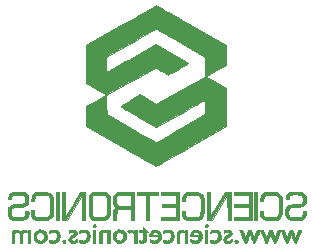
<source format=gbr>
G04 #@! TF.GenerationSoftware,KiCad,Pcbnew,(5.1.2)-2*
G04 #@! TF.CreationDate,2019-08-11T21:37:17+02:00*
G04 #@! TF.ProjectId,20190811_usbasp,32303139-3038-4313-915f-757362617370,rev?*
G04 #@! TF.SameCoordinates,Original*
G04 #@! TF.FileFunction,Legend,Bot*
G04 #@! TF.FilePolarity,Positive*
%FSLAX46Y46*%
G04 Gerber Fmt 4.6, Leading zero omitted, Abs format (unit mm)*
G04 Created by KiCad (PCBNEW (5.1.2)-2) date 2019-08-11 21:37:17*
%MOMM*%
%LPD*%
G04 APERTURE LIST*
%ADD10C,0.010000*%
G04 APERTURE END LIST*
D10*
G36*
X148737893Y-118879771D02*
G01*
X148671873Y-118917045D01*
X148567027Y-118976770D01*
X148425934Y-119057465D01*
X148251173Y-119157646D01*
X148045323Y-119275831D01*
X147810964Y-119410537D01*
X147550675Y-119560281D01*
X147267034Y-119723580D01*
X146962620Y-119898953D01*
X146640014Y-120084915D01*
X146301794Y-120279985D01*
X145950538Y-120482679D01*
X145806356Y-120565911D01*
X142875000Y-122258259D01*
X142875000Y-125469899D01*
X143700541Y-125945340D01*
X143886881Y-126052936D01*
X144059031Y-126152879D01*
X144212091Y-126242283D01*
X144341165Y-126318263D01*
X144441354Y-126377936D01*
X144507760Y-126418416D01*
X144535485Y-126436818D01*
X144535945Y-126437340D01*
X144517044Y-126453439D01*
X144458927Y-126492161D01*
X144366303Y-126550614D01*
X144243885Y-126625905D01*
X144096381Y-126715141D01*
X143928502Y-126815430D01*
X143744959Y-126923877D01*
X143716755Y-126940442D01*
X142887700Y-127426985D01*
X142881007Y-128251894D01*
X142874314Y-129076804D01*
X145814707Y-130772741D01*
X146170863Y-130978155D01*
X146514863Y-131176546D01*
X146844144Y-131366435D01*
X147156142Y-131546346D01*
X147448294Y-131714800D01*
X147718037Y-131870320D01*
X147962809Y-132011428D01*
X148180046Y-132136647D01*
X148367185Y-132244500D01*
X148521662Y-132333508D01*
X148640916Y-132402194D01*
X148722382Y-132449080D01*
X148763497Y-132472690D01*
X148768126Y-132475314D01*
X148791284Y-132463654D01*
X148855860Y-132428022D01*
X148959300Y-132369881D01*
X149099049Y-132290694D01*
X149272550Y-132191925D01*
X149477249Y-132075035D01*
X149710591Y-131941489D01*
X149970020Y-131792749D01*
X150252981Y-131630278D01*
X150556920Y-131455540D01*
X150879279Y-131269997D01*
X151217506Y-131075112D01*
X151569044Y-130872349D01*
X151733576Y-130777380D01*
X154686000Y-129072809D01*
X154686000Y-125864165D01*
X153860323Y-125387969D01*
X153673870Y-125280111D01*
X153501510Y-125179783D01*
X153348157Y-125089890D01*
X153218724Y-125013342D01*
X153118126Y-124953045D01*
X153051274Y-124911907D01*
X153023085Y-124892835D01*
X153022579Y-124892250D01*
X153041031Y-124875559D01*
X153098811Y-124836381D01*
X153191235Y-124777599D01*
X153313619Y-124702097D01*
X153461279Y-124612759D01*
X153629533Y-124512466D01*
X153813696Y-124404105D01*
X153848257Y-124383916D01*
X154686000Y-123895105D01*
X154686000Y-123248153D01*
X152959485Y-123248153D01*
X152952793Y-124071708D01*
X152946100Y-124895263D01*
X150865947Y-126037384D01*
X148785793Y-127179504D01*
X148503747Y-127018468D01*
X148379853Y-126947550D01*
X148227904Y-126860296D01*
X148063790Y-126765848D01*
X147903406Y-126673347D01*
X147836614Y-126634752D01*
X147451528Y-126412071D01*
X146599989Y-126902885D01*
X146373777Y-127033821D01*
X146188977Y-127142106D01*
X146042543Y-127229671D01*
X145931430Y-127298447D01*
X145852593Y-127350365D01*
X145802986Y-127387354D01*
X145779565Y-127411346D01*
X145778575Y-127423648D01*
X145805209Y-127441164D01*
X145872172Y-127481857D01*
X145975765Y-127543560D01*
X146112291Y-127624107D01*
X146278051Y-127721329D01*
X146469347Y-127833062D01*
X146682481Y-127957139D01*
X146913755Y-128091392D01*
X147159470Y-128233655D01*
X147284424Y-128305865D01*
X148760148Y-129158133D01*
X150816964Y-128029161D01*
X151116483Y-127864832D01*
X151403801Y-127707342D01*
X151675733Y-127558428D01*
X151929092Y-127419830D01*
X152160692Y-127293285D01*
X152367348Y-127180531D01*
X152545872Y-127083307D01*
X152693078Y-127003352D01*
X152805782Y-126942402D01*
X152880796Y-126902196D01*
X152914934Y-126884473D01*
X152916290Y-126883877D01*
X152929697Y-126882208D01*
X152939963Y-126892629D01*
X152947503Y-126920879D01*
X152952731Y-126972698D01*
X152956060Y-127053827D01*
X152957903Y-127170005D01*
X152958675Y-127326973D01*
X152958800Y-127473579D01*
X152958800Y-128079593D01*
X150882350Y-129279044D01*
X150583687Y-129451418D01*
X150297348Y-129616390D01*
X150026414Y-129772203D01*
X149773961Y-129917101D01*
X149543068Y-130049325D01*
X149336812Y-130167120D01*
X149158271Y-130268728D01*
X149010524Y-130352391D01*
X148896648Y-130416353D01*
X148819721Y-130458857D01*
X148782820Y-130478146D01*
X148780089Y-130479147D01*
X148754845Y-130466814D01*
X148688705Y-130430791D01*
X148584744Y-130372829D01*
X148446035Y-130294679D01*
X148275655Y-130198093D01*
X148076677Y-130084822D01*
X147852176Y-129956617D01*
X147605226Y-129815228D01*
X147338902Y-129662408D01*
X147056278Y-129499906D01*
X146760429Y-129329475D01*
X146671889Y-129278408D01*
X144589500Y-128077016D01*
X144582804Y-127263513D01*
X144576108Y-126450011D01*
X146667630Y-125302605D01*
X146968995Y-125137366D01*
X147257675Y-124979253D01*
X147530565Y-124829960D01*
X147784561Y-124691175D01*
X148016557Y-124564591D01*
X148223448Y-124451897D01*
X148402129Y-124354786D01*
X148549495Y-124274948D01*
X148662441Y-124214073D01*
X148737862Y-124173853D01*
X148772653Y-124155979D01*
X148774645Y-124155200D01*
X148800204Y-124167370D01*
X148863151Y-124201449D01*
X148956973Y-124253787D01*
X149075157Y-124320736D01*
X149211188Y-124398647D01*
X149276164Y-124436124D01*
X149419569Y-124518715D01*
X149549405Y-124592929D01*
X149658809Y-124654887D01*
X149740916Y-124700712D01*
X149788863Y-124726527D01*
X149797186Y-124730477D01*
X149825034Y-124720907D01*
X149890591Y-124689042D01*
X149987949Y-124638236D01*
X150111196Y-124571843D01*
X150254424Y-124493216D01*
X150411723Y-124405709D01*
X150577182Y-124312676D01*
X150744892Y-124217470D01*
X150908943Y-124123445D01*
X151063426Y-124033955D01*
X151202429Y-123952353D01*
X151320045Y-123881993D01*
X151410361Y-123826228D01*
X151467470Y-123788413D01*
X151485600Y-123772352D01*
X151479967Y-123759365D01*
X151461102Y-123740153D01*
X151426059Y-123712924D01*
X151371890Y-123675886D01*
X151295649Y-123627248D01*
X151194387Y-123565217D01*
X151065160Y-123488003D01*
X150905018Y-123393811D01*
X150711016Y-123280852D01*
X150480206Y-123147333D01*
X150209641Y-122991462D01*
X150056574Y-122903461D01*
X148792648Y-122177187D01*
X146760937Y-123292534D01*
X146462340Y-123456429D01*
X146175315Y-123613921D01*
X145903139Y-123763215D01*
X145649091Y-123902515D01*
X145416449Y-124030026D01*
X145208490Y-124143951D01*
X145028493Y-124242495D01*
X144879735Y-124323862D01*
X144765496Y-124386257D01*
X144689052Y-124427883D01*
X144653681Y-124446945D01*
X144653013Y-124447293D01*
X144576800Y-124486704D01*
X144577576Y-123870102D01*
X144578351Y-123253500D01*
X146669891Y-122047832D01*
X146969541Y-121875225D01*
X147256724Y-121710045D01*
X147528383Y-121554035D01*
X147781466Y-121408939D01*
X148012918Y-121276499D01*
X148219685Y-121158457D01*
X148398713Y-121056557D01*
X148546948Y-120972542D01*
X148661336Y-120908154D01*
X148738822Y-120865136D01*
X148776353Y-120845232D01*
X148779425Y-120844028D01*
X148803534Y-120856720D01*
X148868561Y-120893082D01*
X148971446Y-120951360D01*
X149109127Y-121029798D01*
X149278543Y-121126643D01*
X149476632Y-121240140D01*
X149700333Y-121368534D01*
X149946585Y-121510071D01*
X150212326Y-121662997D01*
X150494496Y-121825557D01*
X150790032Y-121995996D01*
X150878452Y-122047022D01*
X152959485Y-123248153D01*
X154686000Y-123248153D01*
X154686000Y-122262601D01*
X151736653Y-120560950D01*
X151379838Y-120355240D01*
X151035011Y-120156748D01*
X150704743Y-119966939D01*
X150391604Y-119787277D01*
X150098164Y-119619227D01*
X149826992Y-119464252D01*
X149580659Y-119323817D01*
X149361733Y-119199386D01*
X149172786Y-119092424D01*
X149016387Y-119004393D01*
X148895106Y-118936759D01*
X148811512Y-118890986D01*
X148768176Y-118868538D01*
X148762509Y-118866431D01*
X148737893Y-118879771D01*
X148737893Y-118879771D01*
G37*
X148737893Y-118879771D02*
X148671873Y-118917045D01*
X148567027Y-118976770D01*
X148425934Y-119057465D01*
X148251173Y-119157646D01*
X148045323Y-119275831D01*
X147810964Y-119410537D01*
X147550675Y-119560281D01*
X147267034Y-119723580D01*
X146962620Y-119898953D01*
X146640014Y-120084915D01*
X146301794Y-120279985D01*
X145950538Y-120482679D01*
X145806356Y-120565911D01*
X142875000Y-122258259D01*
X142875000Y-125469899D01*
X143700541Y-125945340D01*
X143886881Y-126052936D01*
X144059031Y-126152879D01*
X144212091Y-126242283D01*
X144341165Y-126318263D01*
X144441354Y-126377936D01*
X144507760Y-126418416D01*
X144535485Y-126436818D01*
X144535945Y-126437340D01*
X144517044Y-126453439D01*
X144458927Y-126492161D01*
X144366303Y-126550614D01*
X144243885Y-126625905D01*
X144096381Y-126715141D01*
X143928502Y-126815430D01*
X143744959Y-126923877D01*
X143716755Y-126940442D01*
X142887700Y-127426985D01*
X142881007Y-128251894D01*
X142874314Y-129076804D01*
X145814707Y-130772741D01*
X146170863Y-130978155D01*
X146514863Y-131176546D01*
X146844144Y-131366435D01*
X147156142Y-131546346D01*
X147448294Y-131714800D01*
X147718037Y-131870320D01*
X147962809Y-132011428D01*
X148180046Y-132136647D01*
X148367185Y-132244500D01*
X148521662Y-132333508D01*
X148640916Y-132402194D01*
X148722382Y-132449080D01*
X148763497Y-132472690D01*
X148768126Y-132475314D01*
X148791284Y-132463654D01*
X148855860Y-132428022D01*
X148959300Y-132369881D01*
X149099049Y-132290694D01*
X149272550Y-132191925D01*
X149477249Y-132075035D01*
X149710591Y-131941489D01*
X149970020Y-131792749D01*
X150252981Y-131630278D01*
X150556920Y-131455540D01*
X150879279Y-131269997D01*
X151217506Y-131075112D01*
X151569044Y-130872349D01*
X151733576Y-130777380D01*
X154686000Y-129072809D01*
X154686000Y-125864165D01*
X153860323Y-125387969D01*
X153673870Y-125280111D01*
X153501510Y-125179783D01*
X153348157Y-125089890D01*
X153218724Y-125013342D01*
X153118126Y-124953045D01*
X153051274Y-124911907D01*
X153023085Y-124892835D01*
X153022579Y-124892250D01*
X153041031Y-124875559D01*
X153098811Y-124836381D01*
X153191235Y-124777599D01*
X153313619Y-124702097D01*
X153461279Y-124612759D01*
X153629533Y-124512466D01*
X153813696Y-124404105D01*
X153848257Y-124383916D01*
X154686000Y-123895105D01*
X154686000Y-123248153D01*
X152959485Y-123248153D01*
X152952793Y-124071708D01*
X152946100Y-124895263D01*
X150865947Y-126037384D01*
X148785793Y-127179504D01*
X148503747Y-127018468D01*
X148379853Y-126947550D01*
X148227904Y-126860296D01*
X148063790Y-126765848D01*
X147903406Y-126673347D01*
X147836614Y-126634752D01*
X147451528Y-126412071D01*
X146599989Y-126902885D01*
X146373777Y-127033821D01*
X146188977Y-127142106D01*
X146042543Y-127229671D01*
X145931430Y-127298447D01*
X145852593Y-127350365D01*
X145802986Y-127387354D01*
X145779565Y-127411346D01*
X145778575Y-127423648D01*
X145805209Y-127441164D01*
X145872172Y-127481857D01*
X145975765Y-127543560D01*
X146112291Y-127624107D01*
X146278051Y-127721329D01*
X146469347Y-127833062D01*
X146682481Y-127957139D01*
X146913755Y-128091392D01*
X147159470Y-128233655D01*
X147284424Y-128305865D01*
X148760148Y-129158133D01*
X150816964Y-128029161D01*
X151116483Y-127864832D01*
X151403801Y-127707342D01*
X151675733Y-127558428D01*
X151929092Y-127419830D01*
X152160692Y-127293285D01*
X152367348Y-127180531D01*
X152545872Y-127083307D01*
X152693078Y-127003352D01*
X152805782Y-126942402D01*
X152880796Y-126902196D01*
X152914934Y-126884473D01*
X152916290Y-126883877D01*
X152929697Y-126882208D01*
X152939963Y-126892629D01*
X152947503Y-126920879D01*
X152952731Y-126972698D01*
X152956060Y-127053827D01*
X152957903Y-127170005D01*
X152958675Y-127326973D01*
X152958800Y-127473579D01*
X152958800Y-128079593D01*
X150882350Y-129279044D01*
X150583687Y-129451418D01*
X150297348Y-129616390D01*
X150026414Y-129772203D01*
X149773961Y-129917101D01*
X149543068Y-130049325D01*
X149336812Y-130167120D01*
X149158271Y-130268728D01*
X149010524Y-130352391D01*
X148896648Y-130416353D01*
X148819721Y-130458857D01*
X148782820Y-130478146D01*
X148780089Y-130479147D01*
X148754845Y-130466814D01*
X148688705Y-130430791D01*
X148584744Y-130372829D01*
X148446035Y-130294679D01*
X148275655Y-130198093D01*
X148076677Y-130084822D01*
X147852176Y-129956617D01*
X147605226Y-129815228D01*
X147338902Y-129662408D01*
X147056278Y-129499906D01*
X146760429Y-129329475D01*
X146671889Y-129278408D01*
X144589500Y-128077016D01*
X144582804Y-127263513D01*
X144576108Y-126450011D01*
X146667630Y-125302605D01*
X146968995Y-125137366D01*
X147257675Y-124979253D01*
X147530565Y-124829960D01*
X147784561Y-124691175D01*
X148016557Y-124564591D01*
X148223448Y-124451897D01*
X148402129Y-124354786D01*
X148549495Y-124274948D01*
X148662441Y-124214073D01*
X148737862Y-124173853D01*
X148772653Y-124155979D01*
X148774645Y-124155200D01*
X148800204Y-124167370D01*
X148863151Y-124201449D01*
X148956973Y-124253787D01*
X149075157Y-124320736D01*
X149211188Y-124398647D01*
X149276164Y-124436124D01*
X149419569Y-124518715D01*
X149549405Y-124592929D01*
X149658809Y-124654887D01*
X149740916Y-124700712D01*
X149788863Y-124726527D01*
X149797186Y-124730477D01*
X149825034Y-124720907D01*
X149890591Y-124689042D01*
X149987949Y-124638236D01*
X150111196Y-124571843D01*
X150254424Y-124493216D01*
X150411723Y-124405709D01*
X150577182Y-124312676D01*
X150744892Y-124217470D01*
X150908943Y-124123445D01*
X151063426Y-124033955D01*
X151202429Y-123952353D01*
X151320045Y-123881993D01*
X151410361Y-123826228D01*
X151467470Y-123788413D01*
X151485600Y-123772352D01*
X151479967Y-123759365D01*
X151461102Y-123740153D01*
X151426059Y-123712924D01*
X151371890Y-123675886D01*
X151295649Y-123627248D01*
X151194387Y-123565217D01*
X151065160Y-123488003D01*
X150905018Y-123393811D01*
X150711016Y-123280852D01*
X150480206Y-123147333D01*
X150209641Y-122991462D01*
X150056574Y-122903461D01*
X148792648Y-122177187D01*
X146760937Y-123292534D01*
X146462340Y-123456429D01*
X146175315Y-123613921D01*
X145903139Y-123763215D01*
X145649091Y-123902515D01*
X145416449Y-124030026D01*
X145208490Y-124143951D01*
X145028493Y-124242495D01*
X144879735Y-124323862D01*
X144765496Y-124386257D01*
X144689052Y-124427883D01*
X144653681Y-124446945D01*
X144653013Y-124447293D01*
X144576800Y-124486704D01*
X144577576Y-123870102D01*
X144578351Y-123253500D01*
X146669891Y-122047832D01*
X146969541Y-121875225D01*
X147256724Y-121710045D01*
X147528383Y-121554035D01*
X147781466Y-121408939D01*
X148012918Y-121276499D01*
X148219685Y-121158457D01*
X148398713Y-121056557D01*
X148546948Y-120972542D01*
X148661336Y-120908154D01*
X148738822Y-120865136D01*
X148776353Y-120845232D01*
X148779425Y-120844028D01*
X148803534Y-120856720D01*
X148868561Y-120893082D01*
X148971446Y-120951360D01*
X149109127Y-121029798D01*
X149278543Y-121126643D01*
X149476632Y-121240140D01*
X149700333Y-121368534D01*
X149946585Y-121510071D01*
X150212326Y-121662997D01*
X150494496Y-121825557D01*
X150790032Y-121995996D01*
X150878452Y-122047022D01*
X152959485Y-123248153D01*
X154686000Y-123248153D01*
X154686000Y-122262601D01*
X151736653Y-120560950D01*
X151379838Y-120355240D01*
X151035011Y-120156748D01*
X150704743Y-119966939D01*
X150391604Y-119787277D01*
X150098164Y-119619227D01*
X149826992Y-119464252D01*
X149580659Y-119323817D01*
X149361733Y-119199386D01*
X149172786Y-119092424D01*
X149016387Y-119004393D01*
X148895106Y-118936759D01*
X148811512Y-118890986D01*
X148768176Y-118868538D01*
X148762509Y-118866431D01*
X148737893Y-118879771D01*
G36*
X140284200Y-137033000D02*
G01*
X140563600Y-137033000D01*
X140563600Y-134670800D01*
X140284200Y-134670800D01*
X140284200Y-137033000D01*
X140284200Y-137033000D01*
G37*
X140284200Y-137033000D02*
X140563600Y-137033000D01*
X140563600Y-134670800D01*
X140284200Y-134670800D01*
X140284200Y-137033000D01*
G36*
X141716909Y-135736108D02*
G01*
X141058900Y-136801416D01*
X141052275Y-135736108D01*
X141045649Y-134670800D01*
X140792200Y-134670800D01*
X140792200Y-137033000D01*
X141218334Y-137033000D01*
X142532100Y-134922786D01*
X142545358Y-137033000D01*
X142798800Y-137033000D01*
X142798800Y-134670800D01*
X142374917Y-134670800D01*
X141716909Y-135736108D01*
X141716909Y-135736108D01*
G37*
X141716909Y-135736108D02*
X141058900Y-136801416D01*
X141052275Y-135736108D01*
X141045649Y-134670800D01*
X140792200Y-134670800D01*
X140792200Y-137033000D01*
X141218334Y-137033000D01*
X142532100Y-134922786D01*
X142545358Y-137033000D01*
X142798800Y-137033000D01*
X142798800Y-134670800D01*
X142374917Y-134670800D01*
X141716909Y-135736108D01*
G36*
X146221450Y-134675699D02*
G01*
X146010851Y-134678157D01*
X145844672Y-134680755D01*
X145716535Y-134683992D01*
X145620061Y-134688367D01*
X145548871Y-134694378D01*
X145496587Y-134702524D01*
X145456830Y-134713304D01*
X145423223Y-134727217D01*
X145398090Y-134740074D01*
X145293032Y-134812995D01*
X145215881Y-134907822D01*
X145163963Y-135030978D01*
X145134604Y-135188886D01*
X145125133Y-135387970D01*
X145125129Y-135395977D01*
X145130595Y-135558944D01*
X145149601Y-135681532D01*
X145186556Y-135773337D01*
X145245870Y-135843953D01*
X145331952Y-135902973D01*
X145366556Y-135921324D01*
X145438156Y-135960045D01*
X145465686Y-135982333D01*
X145452140Y-135990875D01*
X145444320Y-135991174D01*
X145350494Y-136014689D01*
X145262515Y-136076083D01*
X145196976Y-136163586D01*
X145194659Y-136168283D01*
X145175957Y-136220089D01*
X145161940Y-136292362D01*
X145151664Y-136393400D01*
X145144185Y-136531504D01*
X145140360Y-136645650D01*
X145129424Y-137033000D01*
X145409236Y-137033000D01*
X145419734Y-136683750D01*
X145426678Y-136509987D01*
X145439573Y-136373255D01*
X145463985Y-136269120D01*
X145505479Y-136193148D01*
X145569621Y-136140908D01*
X145661977Y-136107965D01*
X145788111Y-136089888D01*
X145953590Y-136082243D01*
X146163979Y-136080597D01*
X146177000Y-136080592D01*
X146672300Y-136080500D01*
X146679211Y-136556750D01*
X146686121Y-137033000D01*
X146939000Y-137033000D01*
X146939000Y-135365066D01*
X146685000Y-135365066D01*
X146684006Y-135514241D01*
X146681244Y-135645809D01*
X146677043Y-135751371D01*
X146671732Y-135822525D01*
X146665950Y-135850612D01*
X146635702Y-135856215D01*
X146562894Y-135859935D01*
X146455736Y-135861643D01*
X146322439Y-135861215D01*
X146171211Y-135858523D01*
X146164300Y-135858352D01*
X145972644Y-135852296D01*
X145825433Y-135844616D01*
X145716320Y-135834741D01*
X145638962Y-135822101D01*
X145588138Y-135806607D01*
X145508970Y-135760008D01*
X145454528Y-135693261D01*
X145421403Y-135598259D01*
X145406185Y-135466895D01*
X145404225Y-135369300D01*
X145407281Y-135235813D01*
X145419091Y-135130244D01*
X145444966Y-135049335D01*
X145490216Y-134989832D01*
X145560153Y-134948478D01*
X145660087Y-134922018D01*
X145795328Y-134907197D01*
X145971187Y-134900758D01*
X146170650Y-134899439D01*
X146685000Y-134899400D01*
X146685000Y-135365066D01*
X146939000Y-135365066D01*
X146939000Y-134667898D01*
X146221450Y-134675699D01*
X146221450Y-134675699D01*
G37*
X146221450Y-134675699D02*
X146010851Y-134678157D01*
X145844672Y-134680755D01*
X145716535Y-134683992D01*
X145620061Y-134688367D01*
X145548871Y-134694378D01*
X145496587Y-134702524D01*
X145456830Y-134713304D01*
X145423223Y-134727217D01*
X145398090Y-134740074D01*
X145293032Y-134812995D01*
X145215881Y-134907822D01*
X145163963Y-135030978D01*
X145134604Y-135188886D01*
X145125133Y-135387970D01*
X145125129Y-135395977D01*
X145130595Y-135558944D01*
X145149601Y-135681532D01*
X145186556Y-135773337D01*
X145245870Y-135843953D01*
X145331952Y-135902973D01*
X145366556Y-135921324D01*
X145438156Y-135960045D01*
X145465686Y-135982333D01*
X145452140Y-135990875D01*
X145444320Y-135991174D01*
X145350494Y-136014689D01*
X145262515Y-136076083D01*
X145196976Y-136163586D01*
X145194659Y-136168283D01*
X145175957Y-136220089D01*
X145161940Y-136292362D01*
X145151664Y-136393400D01*
X145144185Y-136531504D01*
X145140360Y-136645650D01*
X145129424Y-137033000D01*
X145409236Y-137033000D01*
X145419734Y-136683750D01*
X145426678Y-136509987D01*
X145439573Y-136373255D01*
X145463985Y-136269120D01*
X145505479Y-136193148D01*
X145569621Y-136140908D01*
X145661977Y-136107965D01*
X145788111Y-136089888D01*
X145953590Y-136082243D01*
X146163979Y-136080597D01*
X146177000Y-136080592D01*
X146672300Y-136080500D01*
X146679211Y-136556750D01*
X146686121Y-137033000D01*
X146939000Y-137033000D01*
X146939000Y-135365066D01*
X146685000Y-135365066D01*
X146684006Y-135514241D01*
X146681244Y-135645809D01*
X146677043Y-135751371D01*
X146671732Y-135822525D01*
X146665950Y-135850612D01*
X146635702Y-135856215D01*
X146562894Y-135859935D01*
X146455736Y-135861643D01*
X146322439Y-135861215D01*
X146171211Y-135858523D01*
X146164300Y-135858352D01*
X145972644Y-135852296D01*
X145825433Y-135844616D01*
X145716320Y-135834741D01*
X145638962Y-135822101D01*
X145588138Y-135806607D01*
X145508970Y-135760008D01*
X145454528Y-135693261D01*
X145421403Y-135598259D01*
X145406185Y-135466895D01*
X145404225Y-135369300D01*
X145407281Y-135235813D01*
X145419091Y-135130244D01*
X145444966Y-135049335D01*
X145490216Y-134989832D01*
X145560153Y-134948478D01*
X145660087Y-134922018D01*
X145795328Y-134907197D01*
X145971187Y-134900758D01*
X146170650Y-134899439D01*
X146685000Y-134899400D01*
X146685000Y-135365066D01*
X146939000Y-135365066D01*
X146939000Y-134667898D01*
X146221450Y-134675699D01*
G36*
X147167600Y-134924800D02*
G01*
X147929600Y-134924800D01*
X147929600Y-137033000D01*
X148209000Y-137033000D01*
X148209000Y-134924800D01*
X148971000Y-134924800D01*
X148971000Y-134670800D01*
X147167600Y-134670800D01*
X147167600Y-134924800D01*
X147167600Y-134924800D01*
G37*
X147167600Y-134924800D02*
X147929600Y-134924800D01*
X147929600Y-137033000D01*
X148209000Y-137033000D01*
X148209000Y-134924800D01*
X148971000Y-134924800D01*
X148971000Y-134670800D01*
X147167600Y-134670800D01*
X147167600Y-134924800D01*
G36*
X149225000Y-134899400D02*
G01*
X150496290Y-134899400D01*
X150482300Y-135699500D01*
X149879050Y-135706309D01*
X149275800Y-135713119D01*
X149275800Y-135914480D01*
X150482300Y-135928100D01*
X150496200Y-136804400D01*
X149225000Y-136804400D01*
X149225000Y-137033000D01*
X150723600Y-137033000D01*
X150723600Y-134670800D01*
X149225000Y-134670800D01*
X149225000Y-134899400D01*
X149225000Y-134899400D01*
G37*
X149225000Y-134899400D02*
X150496290Y-134899400D01*
X150482300Y-135699500D01*
X149879050Y-135706309D01*
X149275800Y-135713119D01*
X149275800Y-135914480D01*
X150482300Y-135928100D01*
X150496200Y-136804400D01*
X149225000Y-136804400D01*
X149225000Y-137033000D01*
X150723600Y-137033000D01*
X150723600Y-134670800D01*
X149225000Y-134670800D01*
X149225000Y-134899400D01*
G36*
X151649592Y-134675941D02*
G01*
X151516890Y-134679533D01*
X151413979Y-134686860D01*
X151360135Y-134695759D01*
X151233364Y-134755089D01*
X151130795Y-134854901D01*
X151056041Y-134989234D01*
X151012712Y-135152129D01*
X151003000Y-135285010D01*
X151003000Y-135407400D01*
X151227945Y-135407400D01*
X151245709Y-135261350D01*
X151265081Y-135140738D01*
X151294327Y-135049067D01*
X151339884Y-134982609D01*
X151408189Y-134937639D01*
X151505680Y-134910428D01*
X151638793Y-134897251D01*
X151813964Y-134894380D01*
X151878451Y-134895009D01*
X152065790Y-134900232D01*
X152209760Y-134911759D01*
X152317644Y-134932029D01*
X152396726Y-134963480D01*
X152454290Y-135008551D01*
X152497619Y-135069679D01*
X152517023Y-135108801D01*
X152532377Y-135147506D01*
X152544106Y-135191395D01*
X152552687Y-135247568D01*
X152558594Y-135323126D01*
X152562305Y-135425169D01*
X152564295Y-135560798D01*
X152565040Y-135737115D01*
X152565096Y-135825841D01*
X152563874Y-136072182D01*
X152558155Y-136272682D01*
X152544850Y-136432281D01*
X152520872Y-136555919D01*
X152483133Y-136648536D01*
X152428544Y-136715071D01*
X152354018Y-136760464D01*
X152256467Y-136789654D01*
X152132804Y-136807583D01*
X151979940Y-136819188D01*
X151942800Y-136821343D01*
X151723572Y-136825024D01*
X151547352Y-136808283D01*
X151410335Y-136770421D01*
X151308713Y-136710737D01*
X151299974Y-136703206D01*
X151258730Y-136662423D01*
X151233819Y-136621340D01*
X151220118Y-136564831D01*
X151212503Y-136477768D01*
X151210401Y-136438743D01*
X151200648Y-136245600D01*
X150952200Y-136245600D01*
X150952342Y-136417050D01*
X150961333Y-136582281D01*
X150990297Y-136711399D01*
X151042686Y-136816326D01*
X151082977Y-136868320D01*
X151136196Y-136920383D01*
X151197814Y-136960559D01*
X151274810Y-136990274D01*
X151374163Y-137010948D01*
X151502853Y-137024008D01*
X151667859Y-137030875D01*
X151876159Y-137032974D01*
X151890261Y-137032979D01*
X152059264Y-137032513D01*
X152186024Y-137030602D01*
X152279092Y-137026453D01*
X152347021Y-137019276D01*
X152398363Y-137008277D01*
X152441670Y-136992665D01*
X152470423Y-136979242D01*
X152556739Y-136924131D01*
X152636938Y-136853634D01*
X152653864Y-136834635D01*
X152703630Y-136767099D01*
X152742616Y-136694482D01*
X152772672Y-136608779D01*
X152795653Y-136501982D01*
X152813411Y-136366087D01*
X152827797Y-136193086D01*
X152836988Y-136043218D01*
X152848596Y-135749587D01*
X152847239Y-135501410D01*
X152831692Y-135294714D01*
X152800729Y-135125527D01*
X152753126Y-134989878D01*
X152687655Y-134883795D01*
X152603093Y-134803305D01*
X152498212Y-134744437D01*
X152428388Y-134718884D01*
X152358077Y-134705291D01*
X152248660Y-134693942D01*
X152111620Y-134685083D01*
X151958440Y-134678964D01*
X151800603Y-134675834D01*
X151649592Y-134675941D01*
X151649592Y-134675941D01*
G37*
X151649592Y-134675941D02*
X151516890Y-134679533D01*
X151413979Y-134686860D01*
X151360135Y-134695759D01*
X151233364Y-134755089D01*
X151130795Y-134854901D01*
X151056041Y-134989234D01*
X151012712Y-135152129D01*
X151003000Y-135285010D01*
X151003000Y-135407400D01*
X151227945Y-135407400D01*
X151245709Y-135261350D01*
X151265081Y-135140738D01*
X151294327Y-135049067D01*
X151339884Y-134982609D01*
X151408189Y-134937639D01*
X151505680Y-134910428D01*
X151638793Y-134897251D01*
X151813964Y-134894380D01*
X151878451Y-134895009D01*
X152065790Y-134900232D01*
X152209760Y-134911759D01*
X152317644Y-134932029D01*
X152396726Y-134963480D01*
X152454290Y-135008551D01*
X152497619Y-135069679D01*
X152517023Y-135108801D01*
X152532377Y-135147506D01*
X152544106Y-135191395D01*
X152552687Y-135247568D01*
X152558594Y-135323126D01*
X152562305Y-135425169D01*
X152564295Y-135560798D01*
X152565040Y-135737115D01*
X152565096Y-135825841D01*
X152563874Y-136072182D01*
X152558155Y-136272682D01*
X152544850Y-136432281D01*
X152520872Y-136555919D01*
X152483133Y-136648536D01*
X152428544Y-136715071D01*
X152354018Y-136760464D01*
X152256467Y-136789654D01*
X152132804Y-136807583D01*
X151979940Y-136819188D01*
X151942800Y-136821343D01*
X151723572Y-136825024D01*
X151547352Y-136808283D01*
X151410335Y-136770421D01*
X151308713Y-136710737D01*
X151299974Y-136703206D01*
X151258730Y-136662423D01*
X151233819Y-136621340D01*
X151220118Y-136564831D01*
X151212503Y-136477768D01*
X151210401Y-136438743D01*
X151200648Y-136245600D01*
X150952200Y-136245600D01*
X150952342Y-136417050D01*
X150961333Y-136582281D01*
X150990297Y-136711399D01*
X151042686Y-136816326D01*
X151082977Y-136868320D01*
X151136196Y-136920383D01*
X151197814Y-136960559D01*
X151274810Y-136990274D01*
X151374163Y-137010948D01*
X151502853Y-137024008D01*
X151667859Y-137030875D01*
X151876159Y-137032974D01*
X151890261Y-137032979D01*
X152059264Y-137032513D01*
X152186024Y-137030602D01*
X152279092Y-137026453D01*
X152347021Y-137019276D01*
X152398363Y-137008277D01*
X152441670Y-136992665D01*
X152470423Y-136979242D01*
X152556739Y-136924131D01*
X152636938Y-136853634D01*
X152653864Y-136834635D01*
X152703630Y-136767099D01*
X152742616Y-136694482D01*
X152772672Y-136608779D01*
X152795653Y-136501982D01*
X152813411Y-136366087D01*
X152827797Y-136193086D01*
X152836988Y-136043218D01*
X152848596Y-135749587D01*
X152847239Y-135501410D01*
X152831692Y-135294714D01*
X152800729Y-135125527D01*
X152753126Y-134989878D01*
X152687655Y-134883795D01*
X152603093Y-134803305D01*
X152498212Y-134744437D01*
X152428388Y-134718884D01*
X152358077Y-134705291D01*
X152248660Y-134693942D01*
X152111620Y-134685083D01*
X151958440Y-134678964D01*
X151800603Y-134675834D01*
X151649592Y-134675941D01*
G36*
X154870370Y-134676161D02*
G01*
X154648339Y-134683500D01*
X154000420Y-135729870D01*
X153870965Y-135938685D01*
X153749358Y-136134362D01*
X153638263Y-136312644D01*
X153540346Y-136469276D01*
X153458274Y-136600002D01*
X153394712Y-136700568D01*
X153352327Y-136766716D01*
X153333783Y-136794192D01*
X153333450Y-136794554D01*
X153329408Y-136774004D01*
X153325658Y-136707773D01*
X153322293Y-136600978D01*
X153319406Y-136458738D01*
X153317090Y-136286170D01*
X153315436Y-136088393D01*
X153314539Y-135870524D01*
X153314400Y-135741833D01*
X153314400Y-134670800D01*
X153060400Y-134670800D01*
X153060400Y-137034977D01*
X153279775Y-137027638D01*
X153499150Y-137020300D01*
X154825700Y-134887490D01*
X154838952Y-137033000D01*
X155092400Y-137033000D01*
X155092400Y-134668822D01*
X154870370Y-134676161D01*
X154870370Y-134676161D01*
G37*
X154870370Y-134676161D02*
X154648339Y-134683500D01*
X154000420Y-135729870D01*
X153870965Y-135938685D01*
X153749358Y-136134362D01*
X153638263Y-136312644D01*
X153540346Y-136469276D01*
X153458274Y-136600002D01*
X153394712Y-136700568D01*
X153352327Y-136766716D01*
X153333783Y-136794192D01*
X153333450Y-136794554D01*
X153329408Y-136774004D01*
X153325658Y-136707773D01*
X153322293Y-136600978D01*
X153319406Y-136458738D01*
X153317090Y-136286170D01*
X153315436Y-136088393D01*
X153314539Y-135870524D01*
X153314400Y-135741833D01*
X153314400Y-134670800D01*
X153060400Y-134670800D01*
X153060400Y-137034977D01*
X153279775Y-137027638D01*
X153499150Y-137020300D01*
X154825700Y-134887490D01*
X154838952Y-137033000D01*
X155092400Y-137033000D01*
X155092400Y-134668822D01*
X154870370Y-134676161D01*
G36*
X155371800Y-134899400D02*
G01*
X156616400Y-134899400D01*
X156616400Y-135712200D01*
X155422600Y-135712200D01*
X155422600Y-135915400D01*
X156616400Y-135915400D01*
X156616400Y-136804400D01*
X155371800Y-136804400D01*
X155371800Y-137033000D01*
X156870400Y-137033000D01*
X156870400Y-134670800D01*
X155371800Y-134670800D01*
X155371800Y-134899400D01*
X155371800Y-134899400D01*
G37*
X155371800Y-134899400D02*
X156616400Y-134899400D01*
X156616400Y-135712200D01*
X155422600Y-135712200D01*
X155422600Y-135915400D01*
X156616400Y-135915400D01*
X156616400Y-136804400D01*
X155371800Y-136804400D01*
X155371800Y-137033000D01*
X156870400Y-137033000D01*
X156870400Y-134670800D01*
X155371800Y-134670800D01*
X155371800Y-134899400D01*
G36*
X157099000Y-137033000D02*
G01*
X157353000Y-137033000D01*
X157353000Y-134670800D01*
X157099000Y-134670800D01*
X157099000Y-137033000D01*
X157099000Y-137033000D01*
G37*
X157099000Y-137033000D02*
X157353000Y-137033000D01*
X157353000Y-134670800D01*
X157099000Y-134670800D01*
X157099000Y-137033000D01*
G36*
X158364348Y-134674838D02*
G01*
X158210167Y-134679059D01*
X158097414Y-134684591D01*
X158016720Y-134692628D01*
X157958712Y-134704362D01*
X157914021Y-134720985D01*
X157886487Y-134735673D01*
X157781897Y-134819459D01*
X157705247Y-134934040D01*
X157653980Y-135084695D01*
X157625763Y-135274050D01*
X157614458Y-135407400D01*
X157851978Y-135407400D01*
X157879664Y-135228533D01*
X157900884Y-135114920D01*
X157927372Y-135038490D01*
X157966857Y-134985691D01*
X158027071Y-134942965D01*
X158049651Y-134930450D01*
X158090752Y-134913401D01*
X158145056Y-134901984D01*
X158221719Y-134895461D01*
X158329898Y-134893091D01*
X158478749Y-134894134D01*
X158496000Y-134894394D01*
X158672852Y-134898926D01*
X158807137Y-134907484D01*
X158907044Y-134921905D01*
X158980758Y-134944028D01*
X159036468Y-134975691D01*
X159082359Y-135018735D01*
X159090216Y-135027841D01*
X159129786Y-135085777D01*
X159160077Y-135158022D01*
X159181856Y-135250761D01*
X159195889Y-135370182D01*
X159202942Y-135522468D01*
X159203780Y-135713806D01*
X159200098Y-135914998D01*
X159192732Y-136149088D01*
X159181219Y-136337558D01*
X159161825Y-136485589D01*
X159130816Y-136598358D01*
X159084456Y-136681046D01*
X159019012Y-136738831D01*
X158930748Y-136776892D01*
X158815930Y-136800409D01*
X158670824Y-136814560D01*
X158546196Y-136821822D01*
X158338837Y-136825037D01*
X158173976Y-136810353D01*
X158046115Y-136776522D01*
X157949759Y-136722297D01*
X157901299Y-136675380D01*
X157865220Y-136625385D01*
X157845263Y-136572286D01*
X157836929Y-136498697D01*
X157835600Y-136421451D01*
X157835600Y-136245600D01*
X157581600Y-136245600D01*
X157581600Y-136436915D01*
X157597527Y-136624587D01*
X157646057Y-136774240D01*
X157728322Y-136887727D01*
X157845450Y-136966904D01*
X157921735Y-136995497D01*
X157989368Y-137007822D01*
X158094627Y-137017770D01*
X158227249Y-137025249D01*
X158376970Y-137030163D01*
X158533526Y-137032419D01*
X158686656Y-137031923D01*
X158826096Y-137028581D01*
X158941581Y-137022299D01*
X159022851Y-137012984D01*
X159051113Y-137005823D01*
X159193577Y-136922053D01*
X159307444Y-136796765D01*
X159391960Y-136630932D01*
X159425373Y-136523913D01*
X159438237Y-136462971D01*
X159447716Y-136389760D01*
X159454095Y-136297137D01*
X159457658Y-136177958D01*
X159458690Y-136025081D01*
X159457475Y-135831360D01*
X159456456Y-135743415D01*
X159448500Y-135115300D01*
X159373579Y-134980048D01*
X159309178Y-134884740D01*
X159229540Y-134809467D01*
X159129033Y-134752526D01*
X159002026Y-134712213D01*
X158842888Y-134686826D01*
X158645988Y-134674663D01*
X158405696Y-134674019D01*
X158364348Y-134674838D01*
X158364348Y-134674838D01*
G37*
X158364348Y-134674838D02*
X158210167Y-134679059D01*
X158097414Y-134684591D01*
X158016720Y-134692628D01*
X157958712Y-134704362D01*
X157914021Y-134720985D01*
X157886487Y-134735673D01*
X157781897Y-134819459D01*
X157705247Y-134934040D01*
X157653980Y-135084695D01*
X157625763Y-135274050D01*
X157614458Y-135407400D01*
X157851978Y-135407400D01*
X157879664Y-135228533D01*
X157900884Y-135114920D01*
X157927372Y-135038490D01*
X157966857Y-134985691D01*
X158027071Y-134942965D01*
X158049651Y-134930450D01*
X158090752Y-134913401D01*
X158145056Y-134901984D01*
X158221719Y-134895461D01*
X158329898Y-134893091D01*
X158478749Y-134894134D01*
X158496000Y-134894394D01*
X158672852Y-134898926D01*
X158807137Y-134907484D01*
X158907044Y-134921905D01*
X158980758Y-134944028D01*
X159036468Y-134975691D01*
X159082359Y-135018735D01*
X159090216Y-135027841D01*
X159129786Y-135085777D01*
X159160077Y-135158022D01*
X159181856Y-135250761D01*
X159195889Y-135370182D01*
X159202942Y-135522468D01*
X159203780Y-135713806D01*
X159200098Y-135914998D01*
X159192732Y-136149088D01*
X159181219Y-136337558D01*
X159161825Y-136485589D01*
X159130816Y-136598358D01*
X159084456Y-136681046D01*
X159019012Y-136738831D01*
X158930748Y-136776892D01*
X158815930Y-136800409D01*
X158670824Y-136814560D01*
X158546196Y-136821822D01*
X158338837Y-136825037D01*
X158173976Y-136810353D01*
X158046115Y-136776522D01*
X157949759Y-136722297D01*
X157901299Y-136675380D01*
X157865220Y-136625385D01*
X157845263Y-136572286D01*
X157836929Y-136498697D01*
X157835600Y-136421451D01*
X157835600Y-136245600D01*
X157581600Y-136245600D01*
X157581600Y-136436915D01*
X157597527Y-136624587D01*
X157646057Y-136774240D01*
X157728322Y-136887727D01*
X157845450Y-136966904D01*
X157921735Y-136995497D01*
X157989368Y-137007822D01*
X158094627Y-137017770D01*
X158227249Y-137025249D01*
X158376970Y-137030163D01*
X158533526Y-137032419D01*
X158686656Y-137031923D01*
X158826096Y-137028581D01*
X158941581Y-137022299D01*
X159022851Y-137012984D01*
X159051113Y-137005823D01*
X159193577Y-136922053D01*
X159307444Y-136796765D01*
X159391960Y-136630932D01*
X159425373Y-136523913D01*
X159438237Y-136462971D01*
X159447716Y-136389760D01*
X159454095Y-136297137D01*
X159457658Y-136177958D01*
X159458690Y-136025081D01*
X159457475Y-135831360D01*
X159456456Y-135743415D01*
X159448500Y-135115300D01*
X159373579Y-134980048D01*
X159309178Y-134884740D01*
X159229540Y-134809467D01*
X159129033Y-134752526D01*
X159002026Y-134712213D01*
X158842888Y-134686826D01*
X158645988Y-134674663D01*
X158405696Y-134674019D01*
X158364348Y-134674838D01*
G36*
X160358375Y-134667646D02*
G01*
X160211963Y-134681522D01*
X160100013Y-134702377D01*
X160090816Y-134704975D01*
X159956013Y-134768637D01*
X159855967Y-134868379D01*
X159792266Y-135001804D01*
X159766497Y-135166516D01*
X159766000Y-135195290D01*
X159766000Y-135305800D01*
X159878589Y-135305800D01*
X159941666Y-135303815D01*
X159980285Y-135290711D01*
X160003414Y-135255764D01*
X160020025Y-135188250D01*
X160031346Y-135123181D01*
X160072635Y-135022574D01*
X160154175Y-134943961D01*
X160267666Y-134894375D01*
X160311819Y-134885414D01*
X160386004Y-134879162D01*
X160493973Y-134876093D01*
X160618792Y-134876499D01*
X160699048Y-134878695D01*
X160859890Y-134889030D01*
X160978714Y-134908237D01*
X161063993Y-134939578D01*
X161124199Y-134986316D01*
X161167802Y-135051709D01*
X161172275Y-135060869D01*
X161201704Y-135162345D01*
X161212392Y-135288389D01*
X161204125Y-135416267D01*
X161176691Y-135523246D01*
X161176615Y-135523429D01*
X161145217Y-135579208D01*
X161099134Y-135621252D01*
X161030988Y-135651995D01*
X160933401Y-135673869D01*
X160798997Y-135689306D01*
X160642294Y-135699611D01*
X160404863Y-135716970D01*
X160206227Y-135741655D01*
X160049804Y-135773065D01*
X159939009Y-135810602D01*
X159905985Y-135828648D01*
X159852164Y-135878765D01*
X159798287Y-135951208D01*
X159783625Y-135976429D01*
X159758118Y-136031308D01*
X159741678Y-136089838D01*
X159732435Y-136164910D01*
X159728517Y-136269411D01*
X159727938Y-136359900D01*
X159729610Y-136511085D01*
X159736191Y-136622296D01*
X159749957Y-136704289D01*
X159773184Y-136767821D01*
X159808148Y-136823650D01*
X159832519Y-136854154D01*
X159882023Y-136908957D01*
X159931170Y-136950196D01*
X159988083Y-136979901D01*
X160060881Y-137000099D01*
X160157686Y-137012821D01*
X160286619Y-137020095D01*
X160455801Y-137023950D01*
X160515300Y-137024739D01*
X160669956Y-137025230D01*
X160813551Y-137023149D01*
X160935670Y-137018840D01*
X161025898Y-137012647D01*
X161068576Y-137006455D01*
X161227131Y-136947034D01*
X161347710Y-136855846D01*
X161431456Y-136731246D01*
X161479515Y-136571590D01*
X161493201Y-136396749D01*
X161493200Y-136296400D01*
X161245054Y-136296400D01*
X161226809Y-136442423D01*
X161206470Y-136562511D01*
X161175084Y-136654034D01*
X161126262Y-136720728D01*
X161053620Y-136766329D01*
X160950770Y-136794571D01*
X160811326Y-136809190D01*
X160628900Y-136813923D01*
X160591500Y-136814013D01*
X160413910Y-136811807D01*
X160279538Y-136803521D01*
X160180930Y-136786654D01*
X160110630Y-136758704D01*
X160061183Y-136717168D01*
X160025135Y-136659546D01*
X160007534Y-136618046D01*
X159978558Y-136504973D01*
X159968067Y-136377764D01*
X159975082Y-136251664D01*
X159998624Y-136141913D01*
X160037718Y-136063754D01*
X160043525Y-136057096D01*
X160072945Y-136028743D01*
X160105881Y-136007002D01*
X160150017Y-135990335D01*
X160213035Y-135977206D01*
X160302619Y-135966078D01*
X160426452Y-135955416D01*
X160592217Y-135943683D01*
X160619994Y-135941814D01*
X160812307Y-135927087D01*
X160961834Y-135910538D01*
X161076587Y-135890108D01*
X161164579Y-135863737D01*
X161233823Y-135829363D01*
X161292332Y-135784927D01*
X161315400Y-135763000D01*
X161391256Y-135663917D01*
X161439841Y-135541535D01*
X161463938Y-135386898D01*
X161467800Y-135272345D01*
X161451195Y-135083457D01*
X161400770Y-134931806D01*
X161315612Y-134815929D01*
X161194808Y-134734363D01*
X161112906Y-134703615D01*
X161006095Y-134682313D01*
X160863109Y-134668083D01*
X160698076Y-134660908D01*
X160525122Y-134660769D01*
X160358375Y-134667646D01*
X160358375Y-134667646D01*
G37*
X160358375Y-134667646D02*
X160211963Y-134681522D01*
X160100013Y-134702377D01*
X160090816Y-134704975D01*
X159956013Y-134768637D01*
X159855967Y-134868379D01*
X159792266Y-135001804D01*
X159766497Y-135166516D01*
X159766000Y-135195290D01*
X159766000Y-135305800D01*
X159878589Y-135305800D01*
X159941666Y-135303815D01*
X159980285Y-135290711D01*
X160003414Y-135255764D01*
X160020025Y-135188250D01*
X160031346Y-135123181D01*
X160072635Y-135022574D01*
X160154175Y-134943961D01*
X160267666Y-134894375D01*
X160311819Y-134885414D01*
X160386004Y-134879162D01*
X160493973Y-134876093D01*
X160618792Y-134876499D01*
X160699048Y-134878695D01*
X160859890Y-134889030D01*
X160978714Y-134908237D01*
X161063993Y-134939578D01*
X161124199Y-134986316D01*
X161167802Y-135051709D01*
X161172275Y-135060869D01*
X161201704Y-135162345D01*
X161212392Y-135288389D01*
X161204125Y-135416267D01*
X161176691Y-135523246D01*
X161176615Y-135523429D01*
X161145217Y-135579208D01*
X161099134Y-135621252D01*
X161030988Y-135651995D01*
X160933401Y-135673869D01*
X160798997Y-135689306D01*
X160642294Y-135699611D01*
X160404863Y-135716970D01*
X160206227Y-135741655D01*
X160049804Y-135773065D01*
X159939009Y-135810602D01*
X159905985Y-135828648D01*
X159852164Y-135878765D01*
X159798287Y-135951208D01*
X159783625Y-135976429D01*
X159758118Y-136031308D01*
X159741678Y-136089838D01*
X159732435Y-136164910D01*
X159728517Y-136269411D01*
X159727938Y-136359900D01*
X159729610Y-136511085D01*
X159736191Y-136622296D01*
X159749957Y-136704289D01*
X159773184Y-136767821D01*
X159808148Y-136823650D01*
X159832519Y-136854154D01*
X159882023Y-136908957D01*
X159931170Y-136950196D01*
X159988083Y-136979901D01*
X160060881Y-137000099D01*
X160157686Y-137012821D01*
X160286619Y-137020095D01*
X160455801Y-137023950D01*
X160515300Y-137024739D01*
X160669956Y-137025230D01*
X160813551Y-137023149D01*
X160935670Y-137018840D01*
X161025898Y-137012647D01*
X161068576Y-137006455D01*
X161227131Y-136947034D01*
X161347710Y-136855846D01*
X161431456Y-136731246D01*
X161479515Y-136571590D01*
X161493201Y-136396749D01*
X161493200Y-136296400D01*
X161245054Y-136296400D01*
X161226809Y-136442423D01*
X161206470Y-136562511D01*
X161175084Y-136654034D01*
X161126262Y-136720728D01*
X161053620Y-136766329D01*
X160950770Y-136794571D01*
X160811326Y-136809190D01*
X160628900Y-136813923D01*
X160591500Y-136814013D01*
X160413910Y-136811807D01*
X160279538Y-136803521D01*
X160180930Y-136786654D01*
X160110630Y-136758704D01*
X160061183Y-136717168D01*
X160025135Y-136659546D01*
X160007534Y-136618046D01*
X159978558Y-136504973D01*
X159968067Y-136377764D01*
X159975082Y-136251664D01*
X159998624Y-136141913D01*
X160037718Y-136063754D01*
X160043525Y-136057096D01*
X160072945Y-136028743D01*
X160105881Y-136007002D01*
X160150017Y-135990335D01*
X160213035Y-135977206D01*
X160302619Y-135966078D01*
X160426452Y-135955416D01*
X160592217Y-135943683D01*
X160619994Y-135941814D01*
X160812307Y-135927087D01*
X160961834Y-135910538D01*
X161076587Y-135890108D01*
X161164579Y-135863737D01*
X161233823Y-135829363D01*
X161292332Y-135784927D01*
X161315400Y-135763000D01*
X161391256Y-135663917D01*
X161439841Y-135541535D01*
X161463938Y-135386898D01*
X161467800Y-135272345D01*
X161451195Y-135083457D01*
X161400770Y-134931806D01*
X161315612Y-134815929D01*
X161194808Y-134734363D01*
X161112906Y-134703615D01*
X161006095Y-134682313D01*
X160863109Y-134668083D01*
X160698076Y-134660908D01*
X160525122Y-134660769D01*
X160358375Y-134667646D01*
G36*
X136925486Y-134659926D02*
G01*
X136780209Y-134667222D01*
X136663587Y-134680155D01*
X136608705Y-134691845D01*
X136475621Y-134751122D01*
X136375007Y-134843856D01*
X136304310Y-134973553D01*
X136260980Y-135143721D01*
X136256235Y-135176298D01*
X136239056Y-135305800D01*
X136366501Y-135305800D01*
X136442116Y-135304161D01*
X136481727Y-135292720D01*
X136500130Y-135261690D01*
X136510505Y-135210550D01*
X136533766Y-135102464D01*
X136565491Y-135021226D01*
X136612613Y-134963092D01*
X136682070Y-134924318D01*
X136780794Y-134901159D01*
X136915722Y-134889873D01*
X137093787Y-134886713D01*
X137110347Y-134886700D01*
X137261215Y-134887614D01*
X137370332Y-134890972D01*
X137446723Y-134897697D01*
X137499415Y-134908714D01*
X137537433Y-134924946D01*
X137548143Y-134931503D01*
X137626740Y-134996882D01*
X137675412Y-135076263D01*
X137699510Y-135182003D01*
X137704689Y-135293099D01*
X137699162Y-135414549D01*
X137678688Y-135507942D01*
X137637429Y-135577324D01*
X137569549Y-135626742D01*
X137469207Y-135660243D01*
X137330568Y-135681871D01*
X137147793Y-135695674D01*
X137121900Y-135697033D01*
X136901556Y-135711106D01*
X136725510Y-135730059D01*
X136587325Y-135756219D01*
X136480564Y-135791912D01*
X136398790Y-135839466D01*
X136335565Y-135901205D01*
X136284451Y-135979457D01*
X136271586Y-136004336D01*
X136239749Y-136076781D01*
X136220871Y-136146945D01*
X136211977Y-136232042D01*
X136210092Y-136349287D01*
X136210151Y-136359900D01*
X136214542Y-136479095D01*
X136224905Y-136593774D01*
X136239248Y-136683718D01*
X136243837Y-136702179D01*
X136304210Y-136827201D01*
X136401916Y-136928159D01*
X136525076Y-136993594D01*
X136554856Y-137002195D01*
X136652318Y-137018880D01*
X136785590Y-137031916D01*
X136939775Y-137040743D01*
X137099978Y-137044801D01*
X137251300Y-137043529D01*
X137378847Y-137036366D01*
X137401300Y-137034051D01*
X137589739Y-137000391D01*
X137735281Y-136946135D01*
X137842418Y-136868984D01*
X137912880Y-136772077D01*
X137943192Y-136693130D01*
X137968660Y-136591349D01*
X137985834Y-136486090D01*
X137991266Y-136396709D01*
X137986926Y-136356535D01*
X137971439Y-136319911D01*
X137939285Y-136302081D01*
X137875656Y-136296600D01*
X137848794Y-136296400D01*
X137725756Y-136296400D01*
X137712903Y-136456521D01*
X137700971Y-136564875D01*
X137680551Y-136647053D01*
X137645163Y-136706813D01*
X137588324Y-136747911D01*
X137503554Y-136774107D01*
X137384370Y-136789157D01*
X137224291Y-136796819D01*
X137121900Y-136799146D01*
X136924217Y-136800042D01*
X136771362Y-136791940D01*
X136657621Y-136770910D01*
X136577276Y-136733020D01*
X136524610Y-136674339D01*
X136493907Y-136590935D01*
X136479449Y-136478879D01*
X136475634Y-136354745D01*
X136478588Y-136233719D01*
X136493608Y-136141218D01*
X136526718Y-136073004D01*
X136583943Y-136024841D01*
X136671304Y-135992489D01*
X136794828Y-135971713D01*
X136960538Y-135958273D01*
X137045700Y-135953722D01*
X137289172Y-135936505D01*
X137486914Y-135909063D01*
X137643463Y-135868501D01*
X137763358Y-135811923D01*
X137851137Y-135736432D01*
X137911338Y-135639132D01*
X137948500Y-135517127D01*
X137967159Y-135367522D01*
X137967286Y-135365603D01*
X137964887Y-135159733D01*
X137928091Y-134990853D01*
X137856507Y-134858217D01*
X137749747Y-134761078D01*
X137621888Y-134702960D01*
X137530394Y-134684232D01*
X137401871Y-134670420D01*
X137249453Y-134661669D01*
X137086280Y-134658123D01*
X136925486Y-134659926D01*
X136925486Y-134659926D01*
G37*
X136925486Y-134659926D02*
X136780209Y-134667222D01*
X136663587Y-134680155D01*
X136608705Y-134691845D01*
X136475621Y-134751122D01*
X136375007Y-134843856D01*
X136304310Y-134973553D01*
X136260980Y-135143721D01*
X136256235Y-135176298D01*
X136239056Y-135305800D01*
X136366501Y-135305800D01*
X136442116Y-135304161D01*
X136481727Y-135292720D01*
X136500130Y-135261690D01*
X136510505Y-135210550D01*
X136533766Y-135102464D01*
X136565491Y-135021226D01*
X136612613Y-134963092D01*
X136682070Y-134924318D01*
X136780794Y-134901159D01*
X136915722Y-134889873D01*
X137093787Y-134886713D01*
X137110347Y-134886700D01*
X137261215Y-134887614D01*
X137370332Y-134890972D01*
X137446723Y-134897697D01*
X137499415Y-134908714D01*
X137537433Y-134924946D01*
X137548143Y-134931503D01*
X137626740Y-134996882D01*
X137675412Y-135076263D01*
X137699510Y-135182003D01*
X137704689Y-135293099D01*
X137699162Y-135414549D01*
X137678688Y-135507942D01*
X137637429Y-135577324D01*
X137569549Y-135626742D01*
X137469207Y-135660243D01*
X137330568Y-135681871D01*
X137147793Y-135695674D01*
X137121900Y-135697033D01*
X136901556Y-135711106D01*
X136725510Y-135730059D01*
X136587325Y-135756219D01*
X136480564Y-135791912D01*
X136398790Y-135839466D01*
X136335565Y-135901205D01*
X136284451Y-135979457D01*
X136271586Y-136004336D01*
X136239749Y-136076781D01*
X136220871Y-136146945D01*
X136211977Y-136232042D01*
X136210092Y-136349287D01*
X136210151Y-136359900D01*
X136214542Y-136479095D01*
X136224905Y-136593774D01*
X136239248Y-136683718D01*
X136243837Y-136702179D01*
X136304210Y-136827201D01*
X136401916Y-136928159D01*
X136525076Y-136993594D01*
X136554856Y-137002195D01*
X136652318Y-137018880D01*
X136785590Y-137031916D01*
X136939775Y-137040743D01*
X137099978Y-137044801D01*
X137251300Y-137043529D01*
X137378847Y-137036366D01*
X137401300Y-137034051D01*
X137589739Y-137000391D01*
X137735281Y-136946135D01*
X137842418Y-136868984D01*
X137912880Y-136772077D01*
X137943192Y-136693130D01*
X137968660Y-136591349D01*
X137985834Y-136486090D01*
X137991266Y-136396709D01*
X137986926Y-136356535D01*
X137971439Y-136319911D01*
X137939285Y-136302081D01*
X137875656Y-136296600D01*
X137848794Y-136296400D01*
X137725756Y-136296400D01*
X137712903Y-136456521D01*
X137700971Y-136564875D01*
X137680551Y-136647053D01*
X137645163Y-136706813D01*
X137588324Y-136747911D01*
X137503554Y-136774107D01*
X137384370Y-136789157D01*
X137224291Y-136796819D01*
X137121900Y-136799146D01*
X136924217Y-136800042D01*
X136771362Y-136791940D01*
X136657621Y-136770910D01*
X136577276Y-136733020D01*
X136524610Y-136674339D01*
X136493907Y-136590935D01*
X136479449Y-136478879D01*
X136475634Y-136354745D01*
X136478588Y-136233719D01*
X136493608Y-136141218D01*
X136526718Y-136073004D01*
X136583943Y-136024841D01*
X136671304Y-135992489D01*
X136794828Y-135971713D01*
X136960538Y-135958273D01*
X137045700Y-135953722D01*
X137289172Y-135936505D01*
X137486914Y-135909063D01*
X137643463Y-135868501D01*
X137763358Y-135811923D01*
X137851137Y-135736432D01*
X137911338Y-135639132D01*
X137948500Y-135517127D01*
X137967159Y-135367522D01*
X137967286Y-135365603D01*
X137964887Y-135159733D01*
X137928091Y-134990853D01*
X137856507Y-134858217D01*
X137749747Y-134761078D01*
X137621888Y-134702960D01*
X137530394Y-134684232D01*
X137401871Y-134670420D01*
X137249453Y-134661669D01*
X137086280Y-134658123D01*
X136925486Y-134659926D01*
G36*
X138854860Y-134665452D02*
G01*
X138724690Y-134672579D01*
X138626576Y-134684032D01*
X138594209Y-134691168D01*
X138469115Y-134752758D01*
X138368109Y-134857224D01*
X138292917Y-135001829D01*
X138245265Y-135183834D01*
X138234854Y-135261106D01*
X138219564Y-135407400D01*
X138474947Y-135407400D01*
X138492988Y-135263002D01*
X138512025Y-135141816D01*
X138536945Y-135058843D01*
X138573622Y-135001497D01*
X138627932Y-134957189D01*
X138638917Y-134950306D01*
X138676905Y-134930370D01*
X138720805Y-134916419D01*
X138780011Y-134907436D01*
X138863919Y-134902404D01*
X138981923Y-134900307D01*
X139103100Y-134900052D01*
X139291947Y-134902937D01*
X139437405Y-134912618D01*
X139546690Y-134931410D01*
X139627016Y-134961631D01*
X139685596Y-135005597D01*
X139729646Y-135065623D01*
X139751100Y-135108092D01*
X139767270Y-135148206D01*
X139779524Y-135192820D01*
X139788403Y-135249348D01*
X139794448Y-135325206D01*
X139798198Y-135427809D01*
X139800193Y-135564572D01*
X139800975Y-135742911D01*
X139801043Y-135793499D01*
X139799915Y-135981331D01*
X139796384Y-136153910D01*
X139790784Y-136302696D01*
X139783451Y-136419148D01*
X139774720Y-136494726D01*
X139773206Y-136502498D01*
X139743564Y-136601233D01*
X139698206Y-136677292D01*
X139631074Y-136733436D01*
X139536108Y-136772425D01*
X139407249Y-136797021D01*
X139238439Y-136809985D01*
X139090400Y-136813649D01*
X138915266Y-136812275D01*
X138781794Y-136802402D01*
X138681249Y-136781890D01*
X138604893Y-136748595D01*
X138543990Y-136700375D01*
X138519732Y-136673755D01*
X138485580Y-136626650D01*
X138466086Y-136576274D01*
X138457333Y-136506498D01*
X138455400Y-136408751D01*
X138455400Y-136220200D01*
X138201400Y-136220200D01*
X138201400Y-136440780D01*
X138213268Y-136623470D01*
X138251741Y-136766487D01*
X138321120Y-136874465D01*
X138425710Y-136952040D01*
X138569812Y-137003845D01*
X138752088Y-137033929D01*
X138929520Y-137047668D01*
X139117331Y-137053801D01*
X139299455Y-137052379D01*
X139459823Y-137043452D01*
X139558786Y-137031426D01*
X139712274Y-136981150D01*
X139843417Y-136887862D01*
X139948405Y-136755850D01*
X140023424Y-136589401D01*
X140052133Y-136476528D01*
X140067321Y-136367204D01*
X140079697Y-136220296D01*
X140088913Y-136048961D01*
X140094623Y-135866357D01*
X140096480Y-135685639D01*
X140094138Y-135519965D01*
X140087250Y-135382491D01*
X140082323Y-135331200D01*
X140047250Y-135134035D01*
X139991269Y-134979542D01*
X139909856Y-134862311D01*
X139798489Y-134776929D01*
X139652647Y-134717984D01*
X139549510Y-134693590D01*
X139446364Y-134679565D01*
X139312839Y-134669706D01*
X139161421Y-134664047D01*
X139004600Y-134662618D01*
X138854860Y-134665452D01*
X138854860Y-134665452D01*
G37*
X138854860Y-134665452D02*
X138724690Y-134672579D01*
X138626576Y-134684032D01*
X138594209Y-134691168D01*
X138469115Y-134752758D01*
X138368109Y-134857224D01*
X138292917Y-135001829D01*
X138245265Y-135183834D01*
X138234854Y-135261106D01*
X138219564Y-135407400D01*
X138474947Y-135407400D01*
X138492988Y-135263002D01*
X138512025Y-135141816D01*
X138536945Y-135058843D01*
X138573622Y-135001497D01*
X138627932Y-134957189D01*
X138638917Y-134950306D01*
X138676905Y-134930370D01*
X138720805Y-134916419D01*
X138780011Y-134907436D01*
X138863919Y-134902404D01*
X138981923Y-134900307D01*
X139103100Y-134900052D01*
X139291947Y-134902937D01*
X139437405Y-134912618D01*
X139546690Y-134931410D01*
X139627016Y-134961631D01*
X139685596Y-135005597D01*
X139729646Y-135065623D01*
X139751100Y-135108092D01*
X139767270Y-135148206D01*
X139779524Y-135192820D01*
X139788403Y-135249348D01*
X139794448Y-135325206D01*
X139798198Y-135427809D01*
X139800193Y-135564572D01*
X139800975Y-135742911D01*
X139801043Y-135793499D01*
X139799915Y-135981331D01*
X139796384Y-136153910D01*
X139790784Y-136302696D01*
X139783451Y-136419148D01*
X139774720Y-136494726D01*
X139773206Y-136502498D01*
X139743564Y-136601233D01*
X139698206Y-136677292D01*
X139631074Y-136733436D01*
X139536108Y-136772425D01*
X139407249Y-136797021D01*
X139238439Y-136809985D01*
X139090400Y-136813649D01*
X138915266Y-136812275D01*
X138781794Y-136802402D01*
X138681249Y-136781890D01*
X138604893Y-136748595D01*
X138543990Y-136700375D01*
X138519732Y-136673755D01*
X138485580Y-136626650D01*
X138466086Y-136576274D01*
X138457333Y-136506498D01*
X138455400Y-136408751D01*
X138455400Y-136220200D01*
X138201400Y-136220200D01*
X138201400Y-136440780D01*
X138213268Y-136623470D01*
X138251741Y-136766487D01*
X138321120Y-136874465D01*
X138425710Y-136952040D01*
X138569812Y-137003845D01*
X138752088Y-137033929D01*
X138929520Y-137047668D01*
X139117331Y-137053801D01*
X139299455Y-137052379D01*
X139459823Y-137043452D01*
X139558786Y-137031426D01*
X139712274Y-136981150D01*
X139843417Y-136887862D01*
X139948405Y-136755850D01*
X140023424Y-136589401D01*
X140052133Y-136476528D01*
X140067321Y-136367204D01*
X140079697Y-136220296D01*
X140088913Y-136048961D01*
X140094623Y-135866357D01*
X140096480Y-135685639D01*
X140094138Y-135519965D01*
X140087250Y-135382491D01*
X140082323Y-135331200D01*
X140047250Y-135134035D01*
X139991269Y-134979542D01*
X139909856Y-134862311D01*
X139798489Y-134776929D01*
X139652647Y-134717984D01*
X139549510Y-134693590D01*
X139446364Y-134679565D01*
X139312839Y-134669706D01*
X139161421Y-134664047D01*
X139004600Y-134662618D01*
X138854860Y-134665452D01*
G36*
X143841431Y-134644380D02*
G01*
X143673799Y-134655711D01*
X143524682Y-134675580D01*
X143434721Y-134695393D01*
X143311985Y-134752894D01*
X143203833Y-134847478D01*
X143124103Y-134965434D01*
X143099691Y-135027320D01*
X143088305Y-135081729D01*
X143079460Y-135163725D01*
X143072956Y-135278026D01*
X143068595Y-135429354D01*
X143066178Y-135622427D01*
X143065500Y-135839200D01*
X143065862Y-136052095D01*
X143067194Y-136220896D01*
X143069868Y-136352306D01*
X143074255Y-136453027D01*
X143080726Y-136529763D01*
X143089651Y-136589215D01*
X143101403Y-136638086D01*
X143111464Y-136669462D01*
X143187086Y-136811858D01*
X143301497Y-136926082D01*
X143447420Y-137005374D01*
X143487697Y-137018866D01*
X143580421Y-137036718D01*
X143710501Y-137048786D01*
X143864805Y-137054905D01*
X144030202Y-137054912D01*
X144193560Y-137048641D01*
X144341746Y-137035928D01*
X144386300Y-137030115D01*
X144551538Y-136983910D01*
X144687529Y-136899053D01*
X144789483Y-136778670D01*
X144800177Y-136760230D01*
X144839371Y-136663189D01*
X144869042Y-136529488D01*
X144889456Y-136356253D01*
X144900879Y-136140610D01*
X144902224Y-136010406D01*
X144625711Y-136010406D01*
X144623625Y-136212315D01*
X144615972Y-136373949D01*
X144601402Y-136500529D01*
X144578565Y-136597278D01*
X144546111Y-136669417D01*
X144502692Y-136722167D01*
X144446956Y-136760752D01*
X144377555Y-136790392D01*
X144356178Y-136797577D01*
X144267314Y-136815088D01*
X144145914Y-136824153D01*
X144006061Y-136825335D01*
X143861834Y-136819198D01*
X143727314Y-136806308D01*
X143616584Y-136787227D01*
X143548908Y-136765230D01*
X143466152Y-136708022D01*
X143400864Y-136620848D01*
X143383808Y-136589195D01*
X143364173Y-136549469D01*
X143349006Y-136512321D01*
X143337731Y-136470801D01*
X143329771Y-136417958D01*
X143324548Y-136346842D01*
X143321487Y-136250502D01*
X143320010Y-136121988D01*
X143319539Y-135954350D01*
X143319500Y-135814495D01*
X143319803Y-135573170D01*
X143323020Y-135377792D01*
X143332618Y-135223509D01*
X143352062Y-135105471D01*
X143384818Y-135018828D01*
X143434352Y-134958728D01*
X143504130Y-134920321D01*
X143597617Y-134898756D01*
X143718279Y-134889182D01*
X143869582Y-134886749D01*
X143982394Y-134886700D01*
X144142625Y-134887131D01*
X144260084Y-134888975D01*
X144342797Y-134893060D01*
X144398789Y-134900211D01*
X144436085Y-134911254D01*
X144462711Y-134927017D01*
X144475098Y-134937440D01*
X144516295Y-134977045D01*
X144548561Y-135016985D01*
X144573094Y-135063916D01*
X144591093Y-135124498D01*
X144603754Y-135205386D01*
X144612274Y-135313240D01*
X144617852Y-135454716D01*
X144621683Y-135636471D01*
X144623578Y-135763000D01*
X144625711Y-136010406D01*
X144902224Y-136010406D01*
X144903575Y-135879683D01*
X144900541Y-135674100D01*
X144895813Y-135493854D01*
X144890401Y-135355749D01*
X144883423Y-135251124D01*
X144873996Y-135171321D01*
X144861240Y-135107680D01*
X144844270Y-135051540D01*
X144834375Y-135024731D01*
X144757588Y-134878400D01*
X144651408Y-134769142D01*
X144556327Y-134710411D01*
X144467972Y-134681357D01*
X144340848Y-134660074D01*
X144186412Y-134646715D01*
X144016120Y-134641432D01*
X143841431Y-134644380D01*
X143841431Y-134644380D01*
G37*
X143841431Y-134644380D02*
X143673799Y-134655711D01*
X143524682Y-134675580D01*
X143434721Y-134695393D01*
X143311985Y-134752894D01*
X143203833Y-134847478D01*
X143124103Y-134965434D01*
X143099691Y-135027320D01*
X143088305Y-135081729D01*
X143079460Y-135163725D01*
X143072956Y-135278026D01*
X143068595Y-135429354D01*
X143066178Y-135622427D01*
X143065500Y-135839200D01*
X143065862Y-136052095D01*
X143067194Y-136220896D01*
X143069868Y-136352306D01*
X143074255Y-136453027D01*
X143080726Y-136529763D01*
X143089651Y-136589215D01*
X143101403Y-136638086D01*
X143111464Y-136669462D01*
X143187086Y-136811858D01*
X143301497Y-136926082D01*
X143447420Y-137005374D01*
X143487697Y-137018866D01*
X143580421Y-137036718D01*
X143710501Y-137048786D01*
X143864805Y-137054905D01*
X144030202Y-137054912D01*
X144193560Y-137048641D01*
X144341746Y-137035928D01*
X144386300Y-137030115D01*
X144551538Y-136983910D01*
X144687529Y-136899053D01*
X144789483Y-136778670D01*
X144800177Y-136760230D01*
X144839371Y-136663189D01*
X144869042Y-136529488D01*
X144889456Y-136356253D01*
X144900879Y-136140610D01*
X144902224Y-136010406D01*
X144625711Y-136010406D01*
X144623625Y-136212315D01*
X144615972Y-136373949D01*
X144601402Y-136500529D01*
X144578565Y-136597278D01*
X144546111Y-136669417D01*
X144502692Y-136722167D01*
X144446956Y-136760752D01*
X144377555Y-136790392D01*
X144356178Y-136797577D01*
X144267314Y-136815088D01*
X144145914Y-136824153D01*
X144006061Y-136825335D01*
X143861834Y-136819198D01*
X143727314Y-136806308D01*
X143616584Y-136787227D01*
X143548908Y-136765230D01*
X143466152Y-136708022D01*
X143400864Y-136620848D01*
X143383808Y-136589195D01*
X143364173Y-136549469D01*
X143349006Y-136512321D01*
X143337731Y-136470801D01*
X143329771Y-136417958D01*
X143324548Y-136346842D01*
X143321487Y-136250502D01*
X143320010Y-136121988D01*
X143319539Y-135954350D01*
X143319500Y-135814495D01*
X143319803Y-135573170D01*
X143323020Y-135377792D01*
X143332618Y-135223509D01*
X143352062Y-135105471D01*
X143384818Y-135018828D01*
X143434352Y-134958728D01*
X143504130Y-134920321D01*
X143597617Y-134898756D01*
X143718279Y-134889182D01*
X143869582Y-134886749D01*
X143982394Y-134886700D01*
X144142625Y-134887131D01*
X144260084Y-134888975D01*
X144342797Y-134893060D01*
X144398789Y-134900211D01*
X144436085Y-134911254D01*
X144462711Y-134927017D01*
X144475098Y-134937440D01*
X144516295Y-134977045D01*
X144548561Y-135016985D01*
X144573094Y-135063916D01*
X144591093Y-135124498D01*
X144603754Y-135205386D01*
X144612274Y-135313240D01*
X144617852Y-135454716D01*
X144621683Y-135636471D01*
X144623578Y-135763000D01*
X144625711Y-136010406D01*
X144902224Y-136010406D01*
X144903575Y-135879683D01*
X144900541Y-135674100D01*
X144895813Y-135493854D01*
X144890401Y-135355749D01*
X144883423Y-135251124D01*
X144873996Y-135171321D01*
X144861240Y-135107680D01*
X144844270Y-135051540D01*
X144834375Y-135024731D01*
X144757588Y-134878400D01*
X144651408Y-134769142D01*
X144556327Y-134710411D01*
X144467972Y-134681357D01*
X144340848Y-134660074D01*
X144186412Y-134646715D01*
X144016120Y-134641432D01*
X143841431Y-134644380D01*
G36*
X143489812Y-137427755D02*
G01*
X143464280Y-137444480D01*
X143438833Y-137493999D01*
X143433800Y-137528300D01*
X143447556Y-137586588D01*
X143464280Y-137612120D01*
X143513800Y-137637567D01*
X143548100Y-137642600D01*
X143606389Y-137628844D01*
X143631920Y-137612120D01*
X143657368Y-137562600D01*
X143662400Y-137528300D01*
X143648645Y-137470011D01*
X143631920Y-137444480D01*
X143582401Y-137419032D01*
X143548100Y-137414000D01*
X143489812Y-137427755D01*
X143489812Y-137427755D01*
G37*
X143489812Y-137427755D02*
X143464280Y-137444480D01*
X143438833Y-137493999D01*
X143433800Y-137528300D01*
X143447556Y-137586588D01*
X143464280Y-137612120D01*
X143513800Y-137637567D01*
X143548100Y-137642600D01*
X143606389Y-137628844D01*
X143631920Y-137612120D01*
X143657368Y-137562600D01*
X143662400Y-137528300D01*
X143648645Y-137470011D01*
X143631920Y-137444480D01*
X143582401Y-137419032D01*
X143548100Y-137414000D01*
X143489812Y-137427755D01*
G36*
X152989412Y-137427755D02*
G01*
X152963880Y-137444480D01*
X152938433Y-137493999D01*
X152933400Y-137528300D01*
X152947156Y-137586588D01*
X152963880Y-137612120D01*
X153013400Y-137637567D01*
X153047700Y-137642600D01*
X153105989Y-137628844D01*
X153131520Y-137612120D01*
X153156968Y-137562600D01*
X153162000Y-137528300D01*
X153148245Y-137470011D01*
X153131520Y-137444480D01*
X153082001Y-137419032D01*
X153047700Y-137414000D01*
X152989412Y-137427755D01*
X152989412Y-137427755D01*
G37*
X152989412Y-137427755D02*
X152963880Y-137444480D01*
X152938433Y-137493999D01*
X152933400Y-137528300D01*
X152947156Y-137586588D01*
X152963880Y-137612120D01*
X153013400Y-137637567D01*
X153047700Y-137642600D01*
X153105989Y-137628844D01*
X153131520Y-137612120D01*
X153156968Y-137562600D01*
X153162000Y-137528300D01*
X153148245Y-137470011D01*
X153131520Y-137444480D01*
X153082001Y-137419032D01*
X153047700Y-137414000D01*
X152989412Y-137427755D01*
G36*
X136794735Y-137868086D02*
G01*
X136691791Y-137928977D01*
X136612523Y-138031021D01*
X136600282Y-138055874D01*
X136581118Y-138105189D01*
X136567578Y-138161351D01*
X136558726Y-138233976D01*
X136553629Y-138332675D01*
X136551353Y-138467061D01*
X136550958Y-138563350D01*
X136550400Y-138963400D01*
X136775505Y-138963400D01*
X136783603Y-138558972D01*
X136787011Y-138406581D01*
X136791023Y-138296377D01*
X136796917Y-138219754D01*
X136805968Y-138168101D01*
X136819453Y-138132813D01*
X136838648Y-138105280D01*
X136853278Y-138089072D01*
X136932653Y-138034869D01*
X137023092Y-138029865D01*
X137125432Y-138074039D01*
X137137194Y-138081726D01*
X137223500Y-138139853D01*
X137230480Y-138551626D01*
X137237459Y-138963400D01*
X137464800Y-138963400D01*
X137464800Y-138594284D01*
X137467428Y-138409468D01*
X137476297Y-138269233D01*
X137492886Y-138167586D01*
X137518671Y-138098531D01*
X137555131Y-138056075D01*
X137602827Y-138034450D01*
X137713476Y-138031437D01*
X137823364Y-138078675D01*
X137854373Y-138101091D01*
X137922000Y-138154287D01*
X137922000Y-138963400D01*
X138150600Y-138963400D01*
X138150600Y-137871200D01*
X138036300Y-137871200D01*
X137965881Y-137873682D01*
X137932520Y-137886517D01*
X137922524Y-137917780D01*
X137922000Y-137938636D01*
X137918722Y-137984457D01*
X137901683Y-137986482D01*
X137877550Y-137967099D01*
X137762269Y-137891578D01*
X137639602Y-137854612D01*
X137519806Y-137856070D01*
X137413137Y-137895820D01*
X137329849Y-137973728D01*
X137329538Y-137974172D01*
X137306793Y-138002779D01*
X137283632Y-138009784D01*
X137246640Y-137992647D01*
X137182404Y-137948826D01*
X137177503Y-137945372D01*
X137044403Y-137874979D01*
X136914543Y-137849652D01*
X136794735Y-137868086D01*
X136794735Y-137868086D01*
G37*
X136794735Y-137868086D02*
X136691791Y-137928977D01*
X136612523Y-138031021D01*
X136600282Y-138055874D01*
X136581118Y-138105189D01*
X136567578Y-138161351D01*
X136558726Y-138233976D01*
X136553629Y-138332675D01*
X136551353Y-138467061D01*
X136550958Y-138563350D01*
X136550400Y-138963400D01*
X136775505Y-138963400D01*
X136783603Y-138558972D01*
X136787011Y-138406581D01*
X136791023Y-138296377D01*
X136796917Y-138219754D01*
X136805968Y-138168101D01*
X136819453Y-138132813D01*
X136838648Y-138105280D01*
X136853278Y-138089072D01*
X136932653Y-138034869D01*
X137023092Y-138029865D01*
X137125432Y-138074039D01*
X137137194Y-138081726D01*
X137223500Y-138139853D01*
X137230480Y-138551626D01*
X137237459Y-138963400D01*
X137464800Y-138963400D01*
X137464800Y-138594284D01*
X137467428Y-138409468D01*
X137476297Y-138269233D01*
X137492886Y-138167586D01*
X137518671Y-138098531D01*
X137555131Y-138056075D01*
X137602827Y-138034450D01*
X137713476Y-138031437D01*
X137823364Y-138078675D01*
X137854373Y-138101091D01*
X137922000Y-138154287D01*
X137922000Y-138963400D01*
X138150600Y-138963400D01*
X138150600Y-137871200D01*
X138036300Y-137871200D01*
X137965881Y-137873682D01*
X137932520Y-137886517D01*
X137922524Y-137917780D01*
X137922000Y-137938636D01*
X137918722Y-137984457D01*
X137901683Y-137986482D01*
X137877550Y-137967099D01*
X137762269Y-137891578D01*
X137639602Y-137854612D01*
X137519806Y-137856070D01*
X137413137Y-137895820D01*
X137329849Y-137973728D01*
X137329538Y-137974172D01*
X137306793Y-138002779D01*
X137283632Y-138009784D01*
X137246640Y-137992647D01*
X137182404Y-137948826D01*
X137177503Y-137945372D01*
X137044403Y-137874979D01*
X136914543Y-137849652D01*
X136794735Y-137868086D01*
G36*
X143408400Y-138963400D02*
G01*
X143637000Y-138963400D01*
X143637000Y-137871200D01*
X143408400Y-137871200D01*
X143408400Y-138963400D01*
X143408400Y-138963400D01*
G37*
X143408400Y-138963400D02*
X143637000Y-138963400D01*
X143637000Y-137871200D01*
X143408400Y-137871200D01*
X143408400Y-138963400D01*
G36*
X144127331Y-137895482D02*
G01*
X144069302Y-137934144D01*
X144025801Y-137974829D01*
X143994561Y-138025397D01*
X143973314Y-138093709D01*
X143959793Y-138187627D01*
X143951731Y-138315013D01*
X143946861Y-138483726D01*
X143946052Y-138524044D01*
X143937604Y-138963400D01*
X144170400Y-138963400D01*
X144170400Y-138594284D01*
X144173028Y-138409468D01*
X144181897Y-138269233D01*
X144198486Y-138167586D01*
X144224271Y-138098531D01*
X144260731Y-138056075D01*
X144308427Y-138034450D01*
X144419076Y-138031437D01*
X144528964Y-138078675D01*
X144559973Y-138101091D01*
X144627600Y-138154287D01*
X144627600Y-138963400D01*
X144856200Y-138963400D01*
X144856200Y-137871200D01*
X144741900Y-137871200D01*
X144670377Y-137874578D01*
X144636569Y-137888468D01*
X144627627Y-137918499D01*
X144627600Y-137921285D01*
X144624750Y-137948809D01*
X144608788Y-137955203D01*
X144568592Y-137939272D01*
X144509517Y-137908585D01*
X144370024Y-137856421D01*
X144240541Y-137852877D01*
X144127331Y-137895482D01*
X144127331Y-137895482D01*
G37*
X144127331Y-137895482D02*
X144069302Y-137934144D01*
X144025801Y-137974829D01*
X143994561Y-138025397D01*
X143973314Y-138093709D01*
X143959793Y-138187627D01*
X143951731Y-138315013D01*
X143946861Y-138483726D01*
X143946052Y-138524044D01*
X143937604Y-138963400D01*
X144170400Y-138963400D01*
X144170400Y-138594284D01*
X144173028Y-138409468D01*
X144181897Y-138269233D01*
X144198486Y-138167586D01*
X144224271Y-138098531D01*
X144260731Y-138056075D01*
X144308427Y-138034450D01*
X144419076Y-138031437D01*
X144528964Y-138078675D01*
X144559973Y-138101091D01*
X144627600Y-138154287D01*
X144627600Y-138963400D01*
X144856200Y-138963400D01*
X144856200Y-137871200D01*
X144741900Y-137871200D01*
X144670377Y-137874578D01*
X144636569Y-137888468D01*
X144627627Y-137918499D01*
X144627600Y-137921285D01*
X144624750Y-137948809D01*
X144608788Y-137955203D01*
X144568592Y-137939272D01*
X144509517Y-137908585D01*
X144370024Y-137856421D01*
X144240541Y-137852877D01*
X144127331Y-137895482D01*
G36*
X146447634Y-137892564D02*
G01*
X146409057Y-137918494D01*
X146349013Y-137964683D01*
X146407710Y-138054226D01*
X146466406Y-138143768D01*
X146543953Y-138096479D01*
X146649093Y-138056220D01*
X146746739Y-138065099D01*
X146831788Y-138121512D01*
X146890238Y-138205393D01*
X146911169Y-138254559D01*
X146925283Y-138312195D01*
X146933806Y-138389052D01*
X146937968Y-138495881D01*
X146939000Y-138632188D01*
X146939000Y-138963400D01*
X147167600Y-138963400D01*
X147167600Y-137871200D01*
X146939000Y-137871200D01*
X146939000Y-138111896D01*
X146873538Y-138019890D01*
X146778277Y-137919431D01*
X146671078Y-137863749D01*
X146558633Y-137854307D01*
X146447634Y-137892564D01*
X146447634Y-137892564D01*
G37*
X146447634Y-137892564D02*
X146409057Y-137918494D01*
X146349013Y-137964683D01*
X146407710Y-138054226D01*
X146466406Y-138143768D01*
X146543953Y-138096479D01*
X146649093Y-138056220D01*
X146746739Y-138065099D01*
X146831788Y-138121512D01*
X146890238Y-138205393D01*
X146911169Y-138254559D01*
X146925283Y-138312195D01*
X146933806Y-138389052D01*
X146937968Y-138495881D01*
X146939000Y-138632188D01*
X146939000Y-138963400D01*
X147167600Y-138963400D01*
X147167600Y-137871200D01*
X146939000Y-137871200D01*
X146939000Y-138111896D01*
X146873538Y-138019890D01*
X146778277Y-137919431D01*
X146671078Y-137863749D01*
X146558633Y-137854307D01*
X146447634Y-137892564D01*
G36*
X150705931Y-137895482D02*
G01*
X150647902Y-137934144D01*
X150604401Y-137974829D01*
X150573161Y-138025397D01*
X150551914Y-138093709D01*
X150538393Y-138187627D01*
X150530331Y-138315013D01*
X150525461Y-138483726D01*
X150524652Y-138524044D01*
X150516204Y-138963400D01*
X150749000Y-138963400D01*
X150749000Y-138594284D01*
X150751628Y-138409468D01*
X150760497Y-138269233D01*
X150777086Y-138167586D01*
X150802871Y-138098531D01*
X150839331Y-138056075D01*
X150887027Y-138034450D01*
X150997676Y-138031437D01*
X151107564Y-138078675D01*
X151138573Y-138101091D01*
X151206200Y-138154287D01*
X151206200Y-138963400D01*
X151434800Y-138963400D01*
X151434800Y-137871200D01*
X151320500Y-137871200D01*
X151248977Y-137874578D01*
X151215169Y-137888468D01*
X151206227Y-137918499D01*
X151206200Y-137921285D01*
X151203350Y-137948809D01*
X151187388Y-137955203D01*
X151147192Y-137939272D01*
X151088117Y-137908585D01*
X150948624Y-137856421D01*
X150819141Y-137852877D01*
X150705931Y-137895482D01*
X150705931Y-137895482D01*
G37*
X150705931Y-137895482D02*
X150647902Y-137934144D01*
X150604401Y-137974829D01*
X150573161Y-138025397D01*
X150551914Y-138093709D01*
X150538393Y-138187627D01*
X150530331Y-138315013D01*
X150525461Y-138483726D01*
X150524652Y-138524044D01*
X150516204Y-138963400D01*
X150749000Y-138963400D01*
X150749000Y-138594284D01*
X150751628Y-138409468D01*
X150760497Y-138269233D01*
X150777086Y-138167586D01*
X150802871Y-138098531D01*
X150839331Y-138056075D01*
X150887027Y-138034450D01*
X150997676Y-138031437D01*
X151107564Y-138078675D01*
X151138573Y-138101091D01*
X151206200Y-138154287D01*
X151206200Y-138963400D01*
X151434800Y-138963400D01*
X151434800Y-137871200D01*
X151320500Y-137871200D01*
X151248977Y-137874578D01*
X151215169Y-137888468D01*
X151206227Y-137918499D01*
X151206200Y-137921285D01*
X151203350Y-137948809D01*
X151187388Y-137955203D01*
X151147192Y-137939272D01*
X151088117Y-137908585D01*
X150948624Y-137856421D01*
X150819141Y-137852877D01*
X150705931Y-137895482D01*
G36*
X152908000Y-138963400D02*
G01*
X153136600Y-138963400D01*
X153136600Y-137871200D01*
X152908000Y-137871200D01*
X152908000Y-138963400D01*
X152908000Y-138963400D01*
G37*
X152908000Y-138963400D02*
X153136600Y-138963400D01*
X153136600Y-137871200D01*
X152908000Y-137871200D01*
X152908000Y-138963400D01*
G36*
X138813558Y-137869432D02*
G01*
X138668873Y-137935885D01*
X138549317Y-138038492D01*
X138462161Y-138170587D01*
X138414677Y-138325503D01*
X138410037Y-138364783D01*
X138417116Y-138540219D01*
X138468488Y-138691929D01*
X138562944Y-138817692D01*
X138699278Y-138915289D01*
X138713677Y-138922674D01*
X138877266Y-138978934D01*
X139041314Y-138984473D01*
X139207156Y-138939305D01*
X139232104Y-138928234D01*
X139365689Y-138842330D01*
X139461197Y-138732149D01*
X139520353Y-138604984D01*
X139544881Y-138468124D01*
X139542170Y-138423034D01*
X139319000Y-138423034D01*
X139296722Y-138547518D01*
X139235881Y-138654827D01*
X139145464Y-138735458D01*
X139034460Y-138779906D01*
X138976100Y-138785600D01*
X138900807Y-138773221D01*
X138820002Y-138743033D01*
X138812567Y-138739187D01*
X138719030Y-138664006D01*
X138661443Y-138565488D01*
X138638026Y-138453801D01*
X138647001Y-138339114D01*
X138686589Y-138231596D01*
X138755009Y-138141415D01*
X138850484Y-138078741D01*
X138931967Y-138056747D01*
X139056292Y-138063214D01*
X139164796Y-138112546D01*
X139249785Y-138197463D01*
X139303567Y-138310684D01*
X139319000Y-138423034D01*
X139542170Y-138423034D01*
X139536506Y-138328863D01*
X139496952Y-138194490D01*
X139427943Y-138072297D01*
X139331205Y-137969575D01*
X139208461Y-137893616D01*
X139061435Y-137851712D01*
X138976100Y-137845800D01*
X138813558Y-137869432D01*
X138813558Y-137869432D01*
G37*
X138813558Y-137869432D02*
X138668873Y-137935885D01*
X138549317Y-138038492D01*
X138462161Y-138170587D01*
X138414677Y-138325503D01*
X138410037Y-138364783D01*
X138417116Y-138540219D01*
X138468488Y-138691929D01*
X138562944Y-138817692D01*
X138699278Y-138915289D01*
X138713677Y-138922674D01*
X138877266Y-138978934D01*
X139041314Y-138984473D01*
X139207156Y-138939305D01*
X139232104Y-138928234D01*
X139365689Y-138842330D01*
X139461197Y-138732149D01*
X139520353Y-138604984D01*
X139544881Y-138468124D01*
X139542170Y-138423034D01*
X139319000Y-138423034D01*
X139296722Y-138547518D01*
X139235881Y-138654827D01*
X139145464Y-138735458D01*
X139034460Y-138779906D01*
X138976100Y-138785600D01*
X138900807Y-138773221D01*
X138820002Y-138743033D01*
X138812567Y-138739187D01*
X138719030Y-138664006D01*
X138661443Y-138565488D01*
X138638026Y-138453801D01*
X138647001Y-138339114D01*
X138686589Y-138231596D01*
X138755009Y-138141415D01*
X138850484Y-138078741D01*
X138931967Y-138056747D01*
X139056292Y-138063214D01*
X139164796Y-138112546D01*
X139249785Y-138197463D01*
X139303567Y-138310684D01*
X139319000Y-138423034D01*
X139542170Y-138423034D01*
X139536506Y-138328863D01*
X139496952Y-138194490D01*
X139427943Y-138072297D01*
X139331205Y-137969575D01*
X139208461Y-137893616D01*
X139061435Y-137851712D01*
X138976100Y-137845800D01*
X138813558Y-137869432D01*
G36*
X139864873Y-137877410D02*
G01*
X139820650Y-137892589D01*
X139776654Y-137916737D01*
X139756281Y-137953605D01*
X139750860Y-138020803D01*
X139750800Y-138034429D01*
X139750800Y-138148116D01*
X139858750Y-138099115D01*
X139990217Y-138056664D01*
X140108211Y-138058175D01*
X140205846Y-138093489D01*
X140297785Y-138166366D01*
X140356661Y-138266168D01*
X140382465Y-138381242D01*
X140375185Y-138499934D01*
X140334812Y-138610593D01*
X140261334Y-138701566D01*
X140206434Y-138739187D01*
X140088608Y-138779510D01*
X139959690Y-138776766D01*
X139855594Y-138748626D01*
X139750800Y-138711653D01*
X139750800Y-138820806D01*
X139753976Y-138890257D01*
X139772108Y-138927164D01*
X139818102Y-138949740D01*
X139848997Y-138959379D01*
X140029845Y-138989198D01*
X140204490Y-138969563D01*
X140337578Y-138918077D01*
X140461885Y-138826077D01*
X140551213Y-138702048D01*
X140603050Y-138553031D01*
X140614881Y-138386070D01*
X140587169Y-138218652D01*
X140534310Y-138106697D01*
X140446500Y-138000533D01*
X140338594Y-137915949D01*
X140270543Y-137882184D01*
X140145958Y-137854583D01*
X140002600Y-137853180D01*
X139864873Y-137877410D01*
X139864873Y-137877410D01*
G37*
X139864873Y-137877410D02*
X139820650Y-137892589D01*
X139776654Y-137916737D01*
X139756281Y-137953605D01*
X139750860Y-138020803D01*
X139750800Y-138034429D01*
X139750800Y-138148116D01*
X139858750Y-138099115D01*
X139990217Y-138056664D01*
X140108211Y-138058175D01*
X140205846Y-138093489D01*
X140297785Y-138166366D01*
X140356661Y-138266168D01*
X140382465Y-138381242D01*
X140375185Y-138499934D01*
X140334812Y-138610593D01*
X140261334Y-138701566D01*
X140206434Y-138739187D01*
X140088608Y-138779510D01*
X139959690Y-138776766D01*
X139855594Y-138748626D01*
X139750800Y-138711653D01*
X139750800Y-138820806D01*
X139753976Y-138890257D01*
X139772108Y-138927164D01*
X139818102Y-138949740D01*
X139848997Y-138959379D01*
X140029845Y-138989198D01*
X140204490Y-138969563D01*
X140337578Y-138918077D01*
X140461885Y-138826077D01*
X140551213Y-138702048D01*
X140603050Y-138553031D01*
X140614881Y-138386070D01*
X140587169Y-138218652D01*
X140534310Y-138106697D01*
X140446500Y-138000533D01*
X140338594Y-137915949D01*
X140270543Y-137882184D01*
X140145958Y-137854583D01*
X140002600Y-137853180D01*
X139864873Y-137877410D01*
G36*
X140914978Y-138731569D02*
G01*
X140864058Y-138785669D01*
X140843001Y-138853083D01*
X140843000Y-138853513D01*
X140864221Y-138922150D01*
X140917137Y-138967592D01*
X140985630Y-138983808D01*
X141053584Y-138964765D01*
X141080364Y-138942349D01*
X141115335Y-138872620D01*
X141109302Y-138800840D01*
X141068828Y-138741986D01*
X141000474Y-138711031D01*
X140978287Y-138709400D01*
X140914978Y-138731569D01*
X140914978Y-138731569D01*
G37*
X140914978Y-138731569D02*
X140864058Y-138785669D01*
X140843001Y-138853083D01*
X140843000Y-138853513D01*
X140864221Y-138922150D01*
X140917137Y-138967592D01*
X140985630Y-138983808D01*
X141053584Y-138964765D01*
X141080364Y-138942349D01*
X141115335Y-138872620D01*
X141109302Y-138800840D01*
X141068828Y-138741986D01*
X141000474Y-138711031D01*
X140978287Y-138709400D01*
X140914978Y-138731569D01*
G36*
X141650850Y-137854681D02*
G01*
X141520625Y-137886287D01*
X141449903Y-137912653D01*
X141414896Y-137939219D01*
X141403046Y-137982016D01*
X141401800Y-138037973D01*
X141401800Y-138149170D01*
X141519884Y-138086385D01*
X141627070Y-138042731D01*
X141723361Y-138027703D01*
X141799816Y-138040284D01*
X141847497Y-138079458D01*
X141859000Y-138124907D01*
X141856271Y-138149283D01*
X141843436Y-138172909D01*
X141813530Y-138201731D01*
X141759583Y-138241695D01*
X141674628Y-138298746D01*
X141592300Y-138352473D01*
X141469986Y-138444377D01*
X141393507Y-138533886D01*
X141358680Y-138627472D01*
X141358557Y-138714004D01*
X141394171Y-138827536D01*
X141468828Y-138910827D01*
X141547035Y-138954205D01*
X141647747Y-138979337D01*
X141769541Y-138985308D01*
X141886152Y-138971362D01*
X141911284Y-138964715D01*
X142005021Y-138930838D01*
X142058758Y-138892959D01*
X142082804Y-138840040D01*
X142087600Y-138775934D01*
X142087600Y-138666456D01*
X141944321Y-138738728D01*
X141834783Y-138787921D01*
X141753244Y-138807557D01*
X141687324Y-138798902D01*
X141634607Y-138770447D01*
X141590797Y-138726622D01*
X141584854Y-138679149D01*
X141619130Y-138623838D01*
X141695975Y-138556495D01*
X141792180Y-138489502D01*
X141925647Y-138394367D01*
X142016066Y-138310445D01*
X142068290Y-138232039D01*
X142087174Y-138153451D01*
X142087433Y-138142988D01*
X142065820Y-138030310D01*
X142004781Y-137942162D01*
X141910890Y-137881523D01*
X141790721Y-137851370D01*
X141650850Y-137854681D01*
X141650850Y-137854681D01*
G37*
X141650850Y-137854681D02*
X141520625Y-137886287D01*
X141449903Y-137912653D01*
X141414896Y-137939219D01*
X141403046Y-137982016D01*
X141401800Y-138037973D01*
X141401800Y-138149170D01*
X141519884Y-138086385D01*
X141627070Y-138042731D01*
X141723361Y-138027703D01*
X141799816Y-138040284D01*
X141847497Y-138079458D01*
X141859000Y-138124907D01*
X141856271Y-138149283D01*
X141843436Y-138172909D01*
X141813530Y-138201731D01*
X141759583Y-138241695D01*
X141674628Y-138298746D01*
X141592300Y-138352473D01*
X141469986Y-138444377D01*
X141393507Y-138533886D01*
X141358680Y-138627472D01*
X141358557Y-138714004D01*
X141394171Y-138827536D01*
X141468828Y-138910827D01*
X141547035Y-138954205D01*
X141647747Y-138979337D01*
X141769541Y-138985308D01*
X141886152Y-138971362D01*
X141911284Y-138964715D01*
X142005021Y-138930838D01*
X142058758Y-138892959D01*
X142082804Y-138840040D01*
X142087600Y-138775934D01*
X142087600Y-138666456D01*
X141944321Y-138738728D01*
X141834783Y-138787921D01*
X141753244Y-138807557D01*
X141687324Y-138798902D01*
X141634607Y-138770447D01*
X141590797Y-138726622D01*
X141584854Y-138679149D01*
X141619130Y-138623838D01*
X141695975Y-138556495D01*
X141792180Y-138489502D01*
X141925647Y-138394367D01*
X142016066Y-138310445D01*
X142068290Y-138232039D01*
X142087174Y-138153451D01*
X142087433Y-138142988D01*
X142065820Y-138030310D01*
X142004781Y-137942162D01*
X141910890Y-137881523D01*
X141790721Y-137851370D01*
X141650850Y-137854681D01*
G36*
X142404873Y-137877410D02*
G01*
X142360650Y-137892589D01*
X142316654Y-137916737D01*
X142296281Y-137953605D01*
X142290860Y-138020803D01*
X142290800Y-138034429D01*
X142290800Y-138148116D01*
X142398750Y-138099115D01*
X142530217Y-138056664D01*
X142648211Y-138058175D01*
X142745846Y-138093489D01*
X142837785Y-138166366D01*
X142896661Y-138266168D01*
X142922465Y-138381242D01*
X142915185Y-138499934D01*
X142874812Y-138610593D01*
X142801334Y-138701566D01*
X142746434Y-138739187D01*
X142628608Y-138779510D01*
X142499690Y-138776766D01*
X142395594Y-138748626D01*
X142290800Y-138711653D01*
X142290800Y-138820806D01*
X142293976Y-138890257D01*
X142312108Y-138927164D01*
X142358102Y-138949740D01*
X142388997Y-138959379D01*
X142569845Y-138989198D01*
X142744490Y-138969563D01*
X142877578Y-138918077D01*
X143001885Y-138826077D01*
X143091213Y-138702048D01*
X143143050Y-138553031D01*
X143154881Y-138386070D01*
X143127169Y-138218652D01*
X143074310Y-138106697D01*
X142986500Y-138000533D01*
X142878594Y-137915949D01*
X142810543Y-137882184D01*
X142685958Y-137854583D01*
X142542600Y-137853180D01*
X142404873Y-137877410D01*
X142404873Y-137877410D01*
G37*
X142404873Y-137877410D02*
X142360650Y-137892589D01*
X142316654Y-137916737D01*
X142296281Y-137953605D01*
X142290860Y-138020803D01*
X142290800Y-138034429D01*
X142290800Y-138148116D01*
X142398750Y-138099115D01*
X142530217Y-138056664D01*
X142648211Y-138058175D01*
X142745846Y-138093489D01*
X142837785Y-138166366D01*
X142896661Y-138266168D01*
X142922465Y-138381242D01*
X142915185Y-138499934D01*
X142874812Y-138610593D01*
X142801334Y-138701566D01*
X142746434Y-138739187D01*
X142628608Y-138779510D01*
X142499690Y-138776766D01*
X142395594Y-138748626D01*
X142290800Y-138711653D01*
X142290800Y-138820806D01*
X142293976Y-138890257D01*
X142312108Y-138927164D01*
X142358102Y-138949740D01*
X142388997Y-138959379D01*
X142569845Y-138989198D01*
X142744490Y-138969563D01*
X142877578Y-138918077D01*
X143001885Y-138826077D01*
X143091213Y-138702048D01*
X143143050Y-138553031D01*
X143154881Y-138386070D01*
X143127169Y-138218652D01*
X143074310Y-138106697D01*
X142986500Y-138000533D01*
X142878594Y-137915949D01*
X142810543Y-137882184D01*
X142685958Y-137854583D01*
X142542600Y-137853180D01*
X142404873Y-137877410D01*
G36*
X145519158Y-137869432D02*
G01*
X145374473Y-137935885D01*
X145254917Y-138038492D01*
X145167761Y-138170587D01*
X145120277Y-138325503D01*
X145115637Y-138364783D01*
X145122716Y-138540219D01*
X145174088Y-138691929D01*
X145268544Y-138817692D01*
X145404878Y-138915289D01*
X145419277Y-138922674D01*
X145582866Y-138978934D01*
X145746914Y-138984473D01*
X145912756Y-138939305D01*
X145937704Y-138928234D01*
X146071289Y-138842330D01*
X146166797Y-138732149D01*
X146225953Y-138604984D01*
X146250481Y-138468124D01*
X146247770Y-138423034D01*
X146024600Y-138423034D01*
X146002322Y-138547518D01*
X145941481Y-138654827D01*
X145851064Y-138735458D01*
X145740060Y-138779906D01*
X145681700Y-138785600D01*
X145606407Y-138773221D01*
X145525602Y-138743033D01*
X145518167Y-138739187D01*
X145424630Y-138664006D01*
X145367043Y-138565488D01*
X145343626Y-138453801D01*
X145352601Y-138339114D01*
X145392189Y-138231596D01*
X145460609Y-138141415D01*
X145556084Y-138078741D01*
X145637567Y-138056747D01*
X145761892Y-138063214D01*
X145870396Y-138112546D01*
X145955385Y-138197463D01*
X146009167Y-138310684D01*
X146024600Y-138423034D01*
X146247770Y-138423034D01*
X146242106Y-138328863D01*
X146202552Y-138194490D01*
X146133543Y-138072297D01*
X146036805Y-137969575D01*
X145914061Y-137893616D01*
X145767035Y-137851712D01*
X145681700Y-137845800D01*
X145519158Y-137869432D01*
X145519158Y-137869432D01*
G37*
X145519158Y-137869432D02*
X145374473Y-137935885D01*
X145254917Y-138038492D01*
X145167761Y-138170587D01*
X145120277Y-138325503D01*
X145115637Y-138364783D01*
X145122716Y-138540219D01*
X145174088Y-138691929D01*
X145268544Y-138817692D01*
X145404878Y-138915289D01*
X145419277Y-138922674D01*
X145582866Y-138978934D01*
X145746914Y-138984473D01*
X145912756Y-138939305D01*
X145937704Y-138928234D01*
X146071289Y-138842330D01*
X146166797Y-138732149D01*
X146225953Y-138604984D01*
X146250481Y-138468124D01*
X146247770Y-138423034D01*
X146024600Y-138423034D01*
X146002322Y-138547518D01*
X145941481Y-138654827D01*
X145851064Y-138735458D01*
X145740060Y-138779906D01*
X145681700Y-138785600D01*
X145606407Y-138773221D01*
X145525602Y-138743033D01*
X145518167Y-138739187D01*
X145424630Y-138664006D01*
X145367043Y-138565488D01*
X145343626Y-138453801D01*
X145352601Y-138339114D01*
X145392189Y-138231596D01*
X145460609Y-138141415D01*
X145556084Y-138078741D01*
X145637567Y-138056747D01*
X145761892Y-138063214D01*
X145870396Y-138112546D01*
X145955385Y-138197463D01*
X146009167Y-138310684D01*
X146024600Y-138423034D01*
X146247770Y-138423034D01*
X146242106Y-138328863D01*
X146202552Y-138194490D01*
X146133543Y-138072297D01*
X146036805Y-137969575D01*
X145914061Y-137893616D01*
X145767035Y-137851712D01*
X145681700Y-137845800D01*
X145519158Y-137869432D01*
G36*
X147701000Y-137871200D02*
G01*
X147370800Y-137871200D01*
X147370800Y-138074400D01*
X147701000Y-138074400D01*
X147701000Y-138373548D01*
X147697199Y-138537835D01*
X147683282Y-138656625D01*
X147655479Y-138734823D01*
X147610018Y-138777331D01*
X147543130Y-138789056D01*
X147451043Y-138774902D01*
X147402383Y-138761973D01*
X147320000Y-138738346D01*
X147320000Y-138835688D01*
X147325254Y-138902132D01*
X147349409Y-138937885D01*
X147399991Y-138960915D01*
X147535224Y-138987830D01*
X147666715Y-138977751D01*
X147777759Y-138932000D01*
X147779424Y-138930887D01*
X147835787Y-138888079D01*
X147876053Y-138841541D01*
X147902874Y-138782098D01*
X147918901Y-138700574D01*
X147926786Y-138587793D01*
X147929181Y-138434578D01*
X147929226Y-138412483D01*
X147929600Y-138077466D01*
X148109204Y-138061700D01*
X147905102Y-137859095D01*
X147701000Y-137656491D01*
X147701000Y-137871200D01*
X147701000Y-137871200D01*
G37*
X147701000Y-137871200D02*
X147370800Y-137871200D01*
X147370800Y-138074400D01*
X147701000Y-138074400D01*
X147701000Y-138373548D01*
X147697199Y-138537835D01*
X147683282Y-138656625D01*
X147655479Y-138734823D01*
X147610018Y-138777331D01*
X147543130Y-138789056D01*
X147451043Y-138774902D01*
X147402383Y-138761973D01*
X147320000Y-138738346D01*
X147320000Y-138835688D01*
X147325254Y-138902132D01*
X147349409Y-138937885D01*
X147399991Y-138960915D01*
X147535224Y-138987830D01*
X147666715Y-138977751D01*
X147777759Y-138932000D01*
X147779424Y-138930887D01*
X147835787Y-138888079D01*
X147876053Y-138841541D01*
X147902874Y-138782098D01*
X147918901Y-138700574D01*
X147926786Y-138587793D01*
X147929181Y-138434578D01*
X147929226Y-138412483D01*
X147929600Y-138077466D01*
X148109204Y-138061700D01*
X147905102Y-137859095D01*
X147701000Y-137656491D01*
X147701000Y-137871200D01*
G36*
X148559839Y-137861465D02*
G01*
X148531137Y-137869669D01*
X148421696Y-137930401D01*
X148327003Y-138028903D01*
X148255342Y-138152559D01*
X148214997Y-138288750D01*
X148209142Y-138360150D01*
X148209000Y-138430000D01*
X148590000Y-138430000D01*
X148742636Y-138430195D01*
X148850470Y-138432788D01*
X148919498Y-138440785D01*
X148955713Y-138457196D01*
X148965112Y-138485028D01*
X148953688Y-138527289D01*
X148927436Y-138586987D01*
X148922865Y-138597026D01*
X148853251Y-138693877D01*
X148752806Y-138756127D01*
X148629316Y-138782181D01*
X148490565Y-138770449D01*
X148344337Y-138719335D01*
X148338695Y-138716574D01*
X148234400Y-138664973D01*
X148234400Y-138771382D01*
X148238920Y-138841842D01*
X148261422Y-138883221D01*
X148315326Y-138917031D01*
X148329650Y-138924095D01*
X148420191Y-138953216D01*
X148540402Y-138972607D01*
X148669829Y-138980776D01*
X148788014Y-138976230D01*
X148859680Y-138962762D01*
X148937521Y-138920180D01*
X149021732Y-138845738D01*
X149098850Y-138754345D01*
X149155410Y-138660908D01*
X149172131Y-138616809D01*
X149198367Y-138448365D01*
X149186232Y-138284124D01*
X149185355Y-138281356D01*
X148971000Y-138281356D01*
X148947353Y-138290240D01*
X148883406Y-138297358D01*
X148789651Y-138301856D01*
X148704300Y-138303000D01*
X148576218Y-138301206D01*
X148493010Y-138295365D01*
X148448860Y-138284783D01*
X148437695Y-138271250D01*
X148450185Y-138229886D01*
X148480775Y-138169277D01*
X148487284Y-138158328D01*
X148557467Y-138088617D01*
X148653822Y-138054770D01*
X148762869Y-138060897D01*
X148785487Y-138067437D01*
X148838977Y-138100159D01*
X148897250Y-138156560D01*
X148945840Y-138219959D01*
X148970281Y-138273672D01*
X148971000Y-138281356D01*
X149185355Y-138281356D01*
X149138702Y-138134271D01*
X149058751Y-138008991D01*
X148972302Y-137932546D01*
X148844137Y-137873793D01*
X148699655Y-137849102D01*
X148559839Y-137861465D01*
X148559839Y-137861465D01*
G37*
X148559839Y-137861465D02*
X148531137Y-137869669D01*
X148421696Y-137930401D01*
X148327003Y-138028903D01*
X148255342Y-138152559D01*
X148214997Y-138288750D01*
X148209142Y-138360150D01*
X148209000Y-138430000D01*
X148590000Y-138430000D01*
X148742636Y-138430195D01*
X148850470Y-138432788D01*
X148919498Y-138440785D01*
X148955713Y-138457196D01*
X148965112Y-138485028D01*
X148953688Y-138527289D01*
X148927436Y-138586987D01*
X148922865Y-138597026D01*
X148853251Y-138693877D01*
X148752806Y-138756127D01*
X148629316Y-138782181D01*
X148490565Y-138770449D01*
X148344337Y-138719335D01*
X148338695Y-138716574D01*
X148234400Y-138664973D01*
X148234400Y-138771382D01*
X148238920Y-138841842D01*
X148261422Y-138883221D01*
X148315326Y-138917031D01*
X148329650Y-138924095D01*
X148420191Y-138953216D01*
X148540402Y-138972607D01*
X148669829Y-138980776D01*
X148788014Y-138976230D01*
X148859680Y-138962762D01*
X148937521Y-138920180D01*
X149021732Y-138845738D01*
X149098850Y-138754345D01*
X149155410Y-138660908D01*
X149172131Y-138616809D01*
X149198367Y-138448365D01*
X149186232Y-138284124D01*
X149185355Y-138281356D01*
X148971000Y-138281356D01*
X148947353Y-138290240D01*
X148883406Y-138297358D01*
X148789651Y-138301856D01*
X148704300Y-138303000D01*
X148576218Y-138301206D01*
X148493010Y-138295365D01*
X148448860Y-138284783D01*
X148437695Y-138271250D01*
X148450185Y-138229886D01*
X148480775Y-138169277D01*
X148487284Y-138158328D01*
X148557467Y-138088617D01*
X148653822Y-138054770D01*
X148762869Y-138060897D01*
X148785487Y-138067437D01*
X148838977Y-138100159D01*
X148897250Y-138156560D01*
X148945840Y-138219959D01*
X148970281Y-138273672D01*
X148971000Y-138281356D01*
X149185355Y-138281356D01*
X149138702Y-138134271D01*
X149058751Y-138008991D01*
X148972302Y-137932546D01*
X148844137Y-137873793D01*
X148699655Y-137849102D01*
X148559839Y-137861465D01*
G36*
X149516873Y-137877410D02*
G01*
X149472650Y-137892589D01*
X149428654Y-137916737D01*
X149408281Y-137953605D01*
X149402860Y-138020803D01*
X149402800Y-138034429D01*
X149402800Y-138148116D01*
X149510750Y-138099115D01*
X149642217Y-138056664D01*
X149760211Y-138058175D01*
X149857846Y-138093489D01*
X149949785Y-138166366D01*
X150008661Y-138266168D01*
X150034465Y-138381242D01*
X150027185Y-138499934D01*
X149986812Y-138610593D01*
X149913334Y-138701566D01*
X149858434Y-138739187D01*
X149740608Y-138779510D01*
X149611690Y-138776766D01*
X149507594Y-138748626D01*
X149402800Y-138711653D01*
X149402800Y-138820806D01*
X149405976Y-138890257D01*
X149424108Y-138927164D01*
X149470102Y-138949740D01*
X149500997Y-138959379D01*
X149681845Y-138989198D01*
X149856490Y-138969563D01*
X149989578Y-138918077D01*
X150113885Y-138826077D01*
X150203213Y-138702048D01*
X150255050Y-138553031D01*
X150266881Y-138386070D01*
X150239169Y-138218652D01*
X150186310Y-138106697D01*
X150098500Y-138000533D01*
X149990594Y-137915949D01*
X149922543Y-137882184D01*
X149797958Y-137854583D01*
X149654600Y-137853180D01*
X149516873Y-137877410D01*
X149516873Y-137877410D01*
G37*
X149516873Y-137877410D02*
X149472650Y-137892589D01*
X149428654Y-137916737D01*
X149408281Y-137953605D01*
X149402860Y-138020803D01*
X149402800Y-138034429D01*
X149402800Y-138148116D01*
X149510750Y-138099115D01*
X149642217Y-138056664D01*
X149760211Y-138058175D01*
X149857846Y-138093489D01*
X149949785Y-138166366D01*
X150008661Y-138266168D01*
X150034465Y-138381242D01*
X150027185Y-138499934D01*
X149986812Y-138610593D01*
X149913334Y-138701566D01*
X149858434Y-138739187D01*
X149740608Y-138779510D01*
X149611690Y-138776766D01*
X149507594Y-138748626D01*
X149402800Y-138711653D01*
X149402800Y-138820806D01*
X149405976Y-138890257D01*
X149424108Y-138927164D01*
X149470102Y-138949740D01*
X149500997Y-138959379D01*
X149681845Y-138989198D01*
X149856490Y-138969563D01*
X149989578Y-138918077D01*
X150113885Y-138826077D01*
X150203213Y-138702048D01*
X150255050Y-138553031D01*
X150266881Y-138386070D01*
X150239169Y-138218652D01*
X150186310Y-138106697D01*
X150098500Y-138000533D01*
X149990594Y-137915949D01*
X149922543Y-137882184D01*
X149797958Y-137854583D01*
X149654600Y-137853180D01*
X149516873Y-137877410D01*
G36*
X152014239Y-137861465D02*
G01*
X151985537Y-137869669D01*
X151876096Y-137930401D01*
X151781403Y-138028903D01*
X151709742Y-138152559D01*
X151669397Y-138288750D01*
X151663542Y-138360150D01*
X151663400Y-138430000D01*
X152044400Y-138430000D01*
X152197036Y-138430195D01*
X152304870Y-138432788D01*
X152373898Y-138440785D01*
X152410113Y-138457196D01*
X152419512Y-138485028D01*
X152408088Y-138527289D01*
X152381836Y-138586987D01*
X152377265Y-138597026D01*
X152307651Y-138693877D01*
X152207206Y-138756127D01*
X152083716Y-138782181D01*
X151944965Y-138770449D01*
X151798737Y-138719335D01*
X151793095Y-138716574D01*
X151688800Y-138664973D01*
X151688800Y-138771382D01*
X151693320Y-138841842D01*
X151715822Y-138883221D01*
X151769726Y-138917031D01*
X151784050Y-138924095D01*
X151874591Y-138953216D01*
X151994802Y-138972607D01*
X152124229Y-138980776D01*
X152242414Y-138976230D01*
X152314080Y-138962762D01*
X152391921Y-138920180D01*
X152476132Y-138845738D01*
X152553250Y-138754345D01*
X152609810Y-138660908D01*
X152626531Y-138616809D01*
X152652767Y-138448365D01*
X152640632Y-138284124D01*
X152639755Y-138281356D01*
X152425400Y-138281356D01*
X152401753Y-138290240D01*
X152337806Y-138297358D01*
X152244051Y-138301856D01*
X152158700Y-138303000D01*
X152030618Y-138301206D01*
X151947410Y-138295365D01*
X151903260Y-138284783D01*
X151892095Y-138271250D01*
X151904585Y-138229886D01*
X151935175Y-138169277D01*
X151941684Y-138158328D01*
X152011867Y-138088617D01*
X152108222Y-138054770D01*
X152217269Y-138060897D01*
X152239887Y-138067437D01*
X152293377Y-138100159D01*
X152351650Y-138156560D01*
X152400240Y-138219959D01*
X152424681Y-138273672D01*
X152425400Y-138281356D01*
X152639755Y-138281356D01*
X152593102Y-138134271D01*
X152513151Y-138008991D01*
X152426702Y-137932546D01*
X152298537Y-137873793D01*
X152154055Y-137849102D01*
X152014239Y-137861465D01*
X152014239Y-137861465D01*
G37*
X152014239Y-137861465D02*
X151985537Y-137869669D01*
X151876096Y-137930401D01*
X151781403Y-138028903D01*
X151709742Y-138152559D01*
X151669397Y-138288750D01*
X151663542Y-138360150D01*
X151663400Y-138430000D01*
X152044400Y-138430000D01*
X152197036Y-138430195D01*
X152304870Y-138432788D01*
X152373898Y-138440785D01*
X152410113Y-138457196D01*
X152419512Y-138485028D01*
X152408088Y-138527289D01*
X152381836Y-138586987D01*
X152377265Y-138597026D01*
X152307651Y-138693877D01*
X152207206Y-138756127D01*
X152083716Y-138782181D01*
X151944965Y-138770449D01*
X151798737Y-138719335D01*
X151793095Y-138716574D01*
X151688800Y-138664973D01*
X151688800Y-138771382D01*
X151693320Y-138841842D01*
X151715822Y-138883221D01*
X151769726Y-138917031D01*
X151784050Y-138924095D01*
X151874591Y-138953216D01*
X151994802Y-138972607D01*
X152124229Y-138980776D01*
X152242414Y-138976230D01*
X152314080Y-138962762D01*
X152391921Y-138920180D01*
X152476132Y-138845738D01*
X152553250Y-138754345D01*
X152609810Y-138660908D01*
X152626531Y-138616809D01*
X152652767Y-138448365D01*
X152640632Y-138284124D01*
X152639755Y-138281356D01*
X152425400Y-138281356D01*
X152401753Y-138290240D01*
X152337806Y-138297358D01*
X152244051Y-138301856D01*
X152158700Y-138303000D01*
X152030618Y-138301206D01*
X151947410Y-138295365D01*
X151903260Y-138284783D01*
X151892095Y-138271250D01*
X151904585Y-138229886D01*
X151935175Y-138169277D01*
X151941684Y-138158328D01*
X152011867Y-138088617D01*
X152108222Y-138054770D01*
X152217269Y-138060897D01*
X152239887Y-138067437D01*
X152293377Y-138100159D01*
X152351650Y-138156560D01*
X152400240Y-138219959D01*
X152424681Y-138273672D01*
X152425400Y-138281356D01*
X152639755Y-138281356D01*
X152593102Y-138134271D01*
X152513151Y-138008991D01*
X152426702Y-137932546D01*
X152298537Y-137873793D01*
X152154055Y-137849102D01*
X152014239Y-137861465D01*
G36*
X153504673Y-137877410D02*
G01*
X153460450Y-137892589D01*
X153416454Y-137916737D01*
X153396081Y-137953605D01*
X153390660Y-138020803D01*
X153390600Y-138034429D01*
X153390600Y-138148116D01*
X153498550Y-138099115D01*
X153630017Y-138056664D01*
X153748011Y-138058175D01*
X153845646Y-138093489D01*
X153937585Y-138166366D01*
X153996461Y-138266168D01*
X154022265Y-138381242D01*
X154014985Y-138499934D01*
X153974612Y-138610593D01*
X153901134Y-138701566D01*
X153846234Y-138739187D01*
X153728408Y-138779510D01*
X153599490Y-138776766D01*
X153495394Y-138748626D01*
X153390600Y-138711653D01*
X153390600Y-138820806D01*
X153393776Y-138890257D01*
X153411908Y-138927164D01*
X153457902Y-138949740D01*
X153488797Y-138959379D01*
X153669645Y-138989198D01*
X153844290Y-138969563D01*
X153977378Y-138918077D01*
X154101685Y-138826077D01*
X154191013Y-138702048D01*
X154242850Y-138553031D01*
X154254681Y-138386070D01*
X154226969Y-138218652D01*
X154174110Y-138106697D01*
X154086300Y-138000533D01*
X153978394Y-137915949D01*
X153910343Y-137882184D01*
X153785758Y-137854583D01*
X153642400Y-137853180D01*
X153504673Y-137877410D01*
X153504673Y-137877410D01*
G37*
X153504673Y-137877410D02*
X153460450Y-137892589D01*
X153416454Y-137916737D01*
X153396081Y-137953605D01*
X153390660Y-138020803D01*
X153390600Y-138034429D01*
X153390600Y-138148116D01*
X153498550Y-138099115D01*
X153630017Y-138056664D01*
X153748011Y-138058175D01*
X153845646Y-138093489D01*
X153937585Y-138166366D01*
X153996461Y-138266168D01*
X154022265Y-138381242D01*
X154014985Y-138499934D01*
X153974612Y-138610593D01*
X153901134Y-138701566D01*
X153846234Y-138739187D01*
X153728408Y-138779510D01*
X153599490Y-138776766D01*
X153495394Y-138748626D01*
X153390600Y-138711653D01*
X153390600Y-138820806D01*
X153393776Y-138890257D01*
X153411908Y-138927164D01*
X153457902Y-138949740D01*
X153488797Y-138959379D01*
X153669645Y-138989198D01*
X153844290Y-138969563D01*
X153977378Y-138918077D01*
X154101685Y-138826077D01*
X154191013Y-138702048D01*
X154242850Y-138553031D01*
X154254681Y-138386070D01*
X154226969Y-138218652D01*
X154174110Y-138106697D01*
X154086300Y-138000533D01*
X153978394Y-137915949D01*
X153910343Y-137882184D01*
X153785758Y-137854583D01*
X153642400Y-137853180D01*
X153504673Y-137877410D01*
G36*
X154757250Y-137854681D02*
G01*
X154627025Y-137886287D01*
X154556303Y-137912653D01*
X154521296Y-137939219D01*
X154509446Y-137982016D01*
X154508200Y-138037973D01*
X154508200Y-138149170D01*
X154626284Y-138086385D01*
X154733470Y-138042731D01*
X154829761Y-138027703D01*
X154906216Y-138040284D01*
X154953897Y-138079458D01*
X154965400Y-138124907D01*
X154962671Y-138149283D01*
X154949836Y-138172909D01*
X154919930Y-138201731D01*
X154865983Y-138241695D01*
X154781028Y-138298746D01*
X154698700Y-138352473D01*
X154576386Y-138444377D01*
X154499907Y-138533886D01*
X154465080Y-138627472D01*
X154464957Y-138714004D01*
X154500571Y-138827536D01*
X154575228Y-138910827D01*
X154653435Y-138954205D01*
X154754147Y-138979337D01*
X154875941Y-138985308D01*
X154992552Y-138971362D01*
X155017684Y-138964715D01*
X155111421Y-138930838D01*
X155165158Y-138892959D01*
X155189204Y-138840040D01*
X155194000Y-138775934D01*
X155194000Y-138666456D01*
X155050721Y-138738728D01*
X154941183Y-138787921D01*
X154859644Y-138807557D01*
X154793724Y-138798902D01*
X154741007Y-138770447D01*
X154697197Y-138726622D01*
X154691254Y-138679149D01*
X154725530Y-138623838D01*
X154802375Y-138556495D01*
X154898580Y-138489502D01*
X155032047Y-138394367D01*
X155122466Y-138310445D01*
X155174690Y-138232039D01*
X155193574Y-138153451D01*
X155193833Y-138142988D01*
X155172220Y-138030310D01*
X155111181Y-137942162D01*
X155017290Y-137881523D01*
X154897121Y-137851370D01*
X154757250Y-137854681D01*
X154757250Y-137854681D01*
G37*
X154757250Y-137854681D02*
X154627025Y-137886287D01*
X154556303Y-137912653D01*
X154521296Y-137939219D01*
X154509446Y-137982016D01*
X154508200Y-138037973D01*
X154508200Y-138149170D01*
X154626284Y-138086385D01*
X154733470Y-138042731D01*
X154829761Y-138027703D01*
X154906216Y-138040284D01*
X154953897Y-138079458D01*
X154965400Y-138124907D01*
X154962671Y-138149283D01*
X154949836Y-138172909D01*
X154919930Y-138201731D01*
X154865983Y-138241695D01*
X154781028Y-138298746D01*
X154698700Y-138352473D01*
X154576386Y-138444377D01*
X154499907Y-138533886D01*
X154465080Y-138627472D01*
X154464957Y-138714004D01*
X154500571Y-138827536D01*
X154575228Y-138910827D01*
X154653435Y-138954205D01*
X154754147Y-138979337D01*
X154875941Y-138985308D01*
X154992552Y-138971362D01*
X155017684Y-138964715D01*
X155111421Y-138930838D01*
X155165158Y-138892959D01*
X155189204Y-138840040D01*
X155194000Y-138775934D01*
X155194000Y-138666456D01*
X155050721Y-138738728D01*
X154941183Y-138787921D01*
X154859644Y-138807557D01*
X154793724Y-138798902D01*
X154741007Y-138770447D01*
X154697197Y-138726622D01*
X154691254Y-138679149D01*
X154725530Y-138623838D01*
X154802375Y-138556495D01*
X154898580Y-138489502D01*
X155032047Y-138394367D01*
X155122466Y-138310445D01*
X155174690Y-138232039D01*
X155193574Y-138153451D01*
X155193833Y-138142988D01*
X155172220Y-138030310D01*
X155111181Y-137942162D01*
X155017290Y-137881523D01*
X154897121Y-137851370D01*
X154757250Y-137854681D01*
G36*
X155494578Y-138731569D02*
G01*
X155443658Y-138785669D01*
X155422601Y-138853083D01*
X155422600Y-138853513D01*
X155443821Y-138922150D01*
X155496737Y-138967592D01*
X155565230Y-138983808D01*
X155633184Y-138964765D01*
X155659964Y-138942349D01*
X155694935Y-138872620D01*
X155688902Y-138800840D01*
X155648428Y-138741986D01*
X155580074Y-138711031D01*
X155557887Y-138709400D01*
X155494578Y-138731569D01*
X155494578Y-138731569D01*
G37*
X155494578Y-138731569D02*
X155443658Y-138785669D01*
X155422601Y-138853083D01*
X155422600Y-138853513D01*
X155443821Y-138922150D01*
X155496737Y-138967592D01*
X155565230Y-138983808D01*
X155633184Y-138964765D01*
X155659964Y-138942349D01*
X155694935Y-138872620D01*
X155688902Y-138800840D01*
X155648428Y-138741986D01*
X155580074Y-138711031D01*
X155557887Y-138709400D01*
X155494578Y-138731569D01*
G36*
X160705650Y-138195050D02*
G01*
X160657123Y-138313008D01*
X160615750Y-138412672D01*
X160585170Y-138485336D01*
X160569028Y-138522295D01*
X160567541Y-138525124D01*
X160557143Y-138505092D01*
X160532319Y-138445817D01*
X160496431Y-138355642D01*
X160452843Y-138242908D01*
X160437109Y-138201564D01*
X160312100Y-137871780D01*
X160108190Y-137871200D01*
X159983793Y-138201531D01*
X159938601Y-138320084D01*
X159899910Y-138418831D01*
X159871069Y-138489436D01*
X159855427Y-138523562D01*
X159853717Y-138525381D01*
X159842559Y-138500826D01*
X159815876Y-138437944D01*
X159777317Y-138345449D01*
X159730533Y-138232056D01*
X159715351Y-138195050D01*
X159582665Y-137871200D01*
X159085736Y-137871200D01*
X158953050Y-138195050D01*
X158904523Y-138313008D01*
X158863150Y-138412672D01*
X158832570Y-138485336D01*
X158816428Y-138522295D01*
X158814941Y-138525124D01*
X158804543Y-138505092D01*
X158779719Y-138445817D01*
X158743831Y-138355642D01*
X158700243Y-138242908D01*
X158684509Y-138201564D01*
X158559500Y-137871780D01*
X158355590Y-137871200D01*
X158231193Y-138201531D01*
X158186001Y-138320084D01*
X158147310Y-138418831D01*
X158118469Y-138489436D01*
X158102827Y-138523562D01*
X158101117Y-138525381D01*
X158089959Y-138500826D01*
X158063276Y-138437944D01*
X158024717Y-138345449D01*
X157977933Y-138232056D01*
X157962751Y-138195050D01*
X157830065Y-137871200D01*
X157333136Y-137871200D01*
X157200450Y-138195050D01*
X157151923Y-138313008D01*
X157110550Y-138412672D01*
X157079970Y-138485336D01*
X157063828Y-138522295D01*
X157062341Y-138525124D01*
X157051943Y-138505092D01*
X157027119Y-138445817D01*
X156991231Y-138355642D01*
X156947643Y-138242908D01*
X156931909Y-138201564D01*
X156806900Y-137871780D01*
X156602990Y-137871200D01*
X156478593Y-138201531D01*
X156433401Y-138320084D01*
X156394710Y-138418831D01*
X156365869Y-138489436D01*
X156350227Y-138523562D01*
X156348517Y-138525381D01*
X156337359Y-138500826D01*
X156310676Y-138437944D01*
X156272117Y-138345449D01*
X156225333Y-138232056D01*
X156210151Y-138195050D01*
X156077465Y-137871200D01*
X155829412Y-137871200D01*
X155872300Y-137979150D01*
X155895730Y-138037215D01*
X155934576Y-138132470D01*
X155984844Y-138255163D01*
X156042537Y-138395538D01*
X156098607Y-138531600D01*
X156163863Y-138688274D01*
X156213939Y-138803903D01*
X156252229Y-138884725D01*
X156282128Y-138936977D01*
X156307029Y-138966897D01*
X156330326Y-138980722D01*
X156344689Y-138983854D01*
X156369542Y-138983918D01*
X156391563Y-138972794D01*
X156414612Y-138943741D01*
X156442548Y-138890018D01*
X156479231Y-138804883D01*
X156528521Y-138681593D01*
X156551920Y-138621904D01*
X156601848Y-138495586D01*
X156645455Y-138387833D01*
X156679408Y-138306678D01*
X156700374Y-138260153D01*
X156705301Y-138252200D01*
X156717055Y-138274559D01*
X156743759Y-138336281D01*
X156782080Y-138429335D01*
X156828687Y-138545686D01*
X156858681Y-138621904D01*
X156913888Y-138761809D01*
X156954976Y-138860952D01*
X156985817Y-138926079D01*
X157010284Y-138963935D01*
X157032250Y-138981266D01*
X157055586Y-138984817D01*
X157066463Y-138983854D01*
X157088481Y-138977433D01*
X157110314Y-138960046D01*
X157134903Y-138926006D01*
X157165187Y-138869631D01*
X157204104Y-138785234D01*
X157254595Y-138667131D01*
X157319600Y-138509638D01*
X157349288Y-138436880D01*
X157412436Y-138283131D01*
X157469585Y-138146454D01*
X157517896Y-138033442D01*
X157554525Y-137950692D01*
X157576632Y-137904801D01*
X157581600Y-137897660D01*
X157594372Y-137920127D01*
X157623252Y-137983132D01*
X157665397Y-138080077D01*
X157717967Y-138204369D01*
X157778120Y-138349409D01*
X157813913Y-138436880D01*
X157885324Y-138611148D01*
X157941085Y-138743825D01*
X157984134Y-138840595D01*
X158017412Y-138907144D01*
X158043856Y-138949156D01*
X158066408Y-138972315D01*
X158088005Y-138982307D01*
X158096738Y-138983854D01*
X158121758Y-138984007D01*
X158143818Y-138973149D01*
X158166789Y-138944535D01*
X158194546Y-138891419D01*
X158230959Y-138807056D01*
X158279901Y-138684700D01*
X158304520Y-138621904D01*
X158354448Y-138495586D01*
X158398055Y-138387833D01*
X158432008Y-138306678D01*
X158452974Y-138260153D01*
X158457900Y-138252200D01*
X158469655Y-138274559D01*
X158496359Y-138336281D01*
X158534680Y-138429335D01*
X158581287Y-138545686D01*
X158611281Y-138621904D01*
X158666488Y-138761809D01*
X158707576Y-138860952D01*
X158738417Y-138926079D01*
X158762884Y-138963935D01*
X158784850Y-138981266D01*
X158808186Y-138984817D01*
X158819063Y-138983854D01*
X158841081Y-138977433D01*
X158862914Y-138960046D01*
X158887503Y-138926006D01*
X158917787Y-138869631D01*
X158956704Y-138785234D01*
X159007195Y-138667131D01*
X159072200Y-138509638D01*
X159101888Y-138436880D01*
X159165036Y-138283131D01*
X159222185Y-138146454D01*
X159270496Y-138033442D01*
X159307125Y-137950692D01*
X159329232Y-137904801D01*
X159334200Y-137897660D01*
X159346972Y-137920127D01*
X159375852Y-137983132D01*
X159417997Y-138080077D01*
X159470567Y-138204369D01*
X159530720Y-138349409D01*
X159566513Y-138436880D01*
X159637924Y-138611148D01*
X159693685Y-138743825D01*
X159736734Y-138840595D01*
X159770012Y-138907144D01*
X159796456Y-138949156D01*
X159819008Y-138972315D01*
X159840605Y-138982307D01*
X159849338Y-138983854D01*
X159874358Y-138984007D01*
X159896418Y-138973149D01*
X159919389Y-138944535D01*
X159947146Y-138891419D01*
X159983559Y-138807056D01*
X160032501Y-138684700D01*
X160057120Y-138621904D01*
X160107048Y-138495586D01*
X160150655Y-138387833D01*
X160184608Y-138306678D01*
X160205574Y-138260153D01*
X160210500Y-138252200D01*
X160222259Y-138274556D01*
X160248960Y-138336262D01*
X160287263Y-138429267D01*
X160333829Y-138545525D01*
X160363331Y-138620500D01*
X160418891Y-138760909D01*
X160460588Y-138860559D01*
X160492253Y-138926308D01*
X160517720Y-138965016D01*
X160540820Y-138983542D01*
X160565385Y-138988744D01*
X160569104Y-138988800D01*
X160629401Y-138967467D01*
X160652865Y-138931650D01*
X160669849Y-138889281D01*
X160702446Y-138809427D01*
X160746786Y-138701515D01*
X160798998Y-138574975D01*
X160832714Y-138493500D01*
X160890452Y-138353793D01*
X160945179Y-138220766D01*
X160992204Y-138105862D01*
X161026837Y-138020526D01*
X161038307Y-137991850D01*
X161086059Y-137871200D01*
X160838336Y-137871200D01*
X160705650Y-138195050D01*
X160705650Y-138195050D01*
G37*
X160705650Y-138195050D02*
X160657123Y-138313008D01*
X160615750Y-138412672D01*
X160585170Y-138485336D01*
X160569028Y-138522295D01*
X160567541Y-138525124D01*
X160557143Y-138505092D01*
X160532319Y-138445817D01*
X160496431Y-138355642D01*
X160452843Y-138242908D01*
X160437109Y-138201564D01*
X160312100Y-137871780D01*
X160108190Y-137871200D01*
X159983793Y-138201531D01*
X159938601Y-138320084D01*
X159899910Y-138418831D01*
X159871069Y-138489436D01*
X159855427Y-138523562D01*
X159853717Y-138525381D01*
X159842559Y-138500826D01*
X159815876Y-138437944D01*
X159777317Y-138345449D01*
X159730533Y-138232056D01*
X159715351Y-138195050D01*
X159582665Y-137871200D01*
X159085736Y-137871200D01*
X158953050Y-138195050D01*
X158904523Y-138313008D01*
X158863150Y-138412672D01*
X158832570Y-138485336D01*
X158816428Y-138522295D01*
X158814941Y-138525124D01*
X158804543Y-138505092D01*
X158779719Y-138445817D01*
X158743831Y-138355642D01*
X158700243Y-138242908D01*
X158684509Y-138201564D01*
X158559500Y-137871780D01*
X158355590Y-137871200D01*
X158231193Y-138201531D01*
X158186001Y-138320084D01*
X158147310Y-138418831D01*
X158118469Y-138489436D01*
X158102827Y-138523562D01*
X158101117Y-138525381D01*
X158089959Y-138500826D01*
X158063276Y-138437944D01*
X158024717Y-138345449D01*
X157977933Y-138232056D01*
X157962751Y-138195050D01*
X157830065Y-137871200D01*
X157333136Y-137871200D01*
X157200450Y-138195050D01*
X157151923Y-138313008D01*
X157110550Y-138412672D01*
X157079970Y-138485336D01*
X157063828Y-138522295D01*
X157062341Y-138525124D01*
X157051943Y-138505092D01*
X157027119Y-138445817D01*
X156991231Y-138355642D01*
X156947643Y-138242908D01*
X156931909Y-138201564D01*
X156806900Y-137871780D01*
X156602990Y-137871200D01*
X156478593Y-138201531D01*
X156433401Y-138320084D01*
X156394710Y-138418831D01*
X156365869Y-138489436D01*
X156350227Y-138523562D01*
X156348517Y-138525381D01*
X156337359Y-138500826D01*
X156310676Y-138437944D01*
X156272117Y-138345449D01*
X156225333Y-138232056D01*
X156210151Y-138195050D01*
X156077465Y-137871200D01*
X155829412Y-137871200D01*
X155872300Y-137979150D01*
X155895730Y-138037215D01*
X155934576Y-138132470D01*
X155984844Y-138255163D01*
X156042537Y-138395538D01*
X156098607Y-138531600D01*
X156163863Y-138688274D01*
X156213939Y-138803903D01*
X156252229Y-138884725D01*
X156282128Y-138936977D01*
X156307029Y-138966897D01*
X156330326Y-138980722D01*
X156344689Y-138983854D01*
X156369542Y-138983918D01*
X156391563Y-138972794D01*
X156414612Y-138943741D01*
X156442548Y-138890018D01*
X156479231Y-138804883D01*
X156528521Y-138681593D01*
X156551920Y-138621904D01*
X156601848Y-138495586D01*
X156645455Y-138387833D01*
X156679408Y-138306678D01*
X156700374Y-138260153D01*
X156705301Y-138252200D01*
X156717055Y-138274559D01*
X156743759Y-138336281D01*
X156782080Y-138429335D01*
X156828687Y-138545686D01*
X156858681Y-138621904D01*
X156913888Y-138761809D01*
X156954976Y-138860952D01*
X156985817Y-138926079D01*
X157010284Y-138963935D01*
X157032250Y-138981266D01*
X157055586Y-138984817D01*
X157066463Y-138983854D01*
X157088481Y-138977433D01*
X157110314Y-138960046D01*
X157134903Y-138926006D01*
X157165187Y-138869631D01*
X157204104Y-138785234D01*
X157254595Y-138667131D01*
X157319600Y-138509638D01*
X157349288Y-138436880D01*
X157412436Y-138283131D01*
X157469585Y-138146454D01*
X157517896Y-138033442D01*
X157554525Y-137950692D01*
X157576632Y-137904801D01*
X157581600Y-137897660D01*
X157594372Y-137920127D01*
X157623252Y-137983132D01*
X157665397Y-138080077D01*
X157717967Y-138204369D01*
X157778120Y-138349409D01*
X157813913Y-138436880D01*
X157885324Y-138611148D01*
X157941085Y-138743825D01*
X157984134Y-138840595D01*
X158017412Y-138907144D01*
X158043856Y-138949156D01*
X158066408Y-138972315D01*
X158088005Y-138982307D01*
X158096738Y-138983854D01*
X158121758Y-138984007D01*
X158143818Y-138973149D01*
X158166789Y-138944535D01*
X158194546Y-138891419D01*
X158230959Y-138807056D01*
X158279901Y-138684700D01*
X158304520Y-138621904D01*
X158354448Y-138495586D01*
X158398055Y-138387833D01*
X158432008Y-138306678D01*
X158452974Y-138260153D01*
X158457900Y-138252200D01*
X158469655Y-138274559D01*
X158496359Y-138336281D01*
X158534680Y-138429335D01*
X158581287Y-138545686D01*
X158611281Y-138621904D01*
X158666488Y-138761809D01*
X158707576Y-138860952D01*
X158738417Y-138926079D01*
X158762884Y-138963935D01*
X158784850Y-138981266D01*
X158808186Y-138984817D01*
X158819063Y-138983854D01*
X158841081Y-138977433D01*
X158862914Y-138960046D01*
X158887503Y-138926006D01*
X158917787Y-138869631D01*
X158956704Y-138785234D01*
X159007195Y-138667131D01*
X159072200Y-138509638D01*
X159101888Y-138436880D01*
X159165036Y-138283131D01*
X159222185Y-138146454D01*
X159270496Y-138033442D01*
X159307125Y-137950692D01*
X159329232Y-137904801D01*
X159334200Y-137897660D01*
X159346972Y-137920127D01*
X159375852Y-137983132D01*
X159417997Y-138080077D01*
X159470567Y-138204369D01*
X159530720Y-138349409D01*
X159566513Y-138436880D01*
X159637924Y-138611148D01*
X159693685Y-138743825D01*
X159736734Y-138840595D01*
X159770012Y-138907144D01*
X159796456Y-138949156D01*
X159819008Y-138972315D01*
X159840605Y-138982307D01*
X159849338Y-138983854D01*
X159874358Y-138984007D01*
X159896418Y-138973149D01*
X159919389Y-138944535D01*
X159947146Y-138891419D01*
X159983559Y-138807056D01*
X160032501Y-138684700D01*
X160057120Y-138621904D01*
X160107048Y-138495586D01*
X160150655Y-138387833D01*
X160184608Y-138306678D01*
X160205574Y-138260153D01*
X160210500Y-138252200D01*
X160222259Y-138274556D01*
X160248960Y-138336262D01*
X160287263Y-138429267D01*
X160333829Y-138545525D01*
X160363331Y-138620500D01*
X160418891Y-138760909D01*
X160460588Y-138860559D01*
X160492253Y-138926308D01*
X160517720Y-138965016D01*
X160540820Y-138983542D01*
X160565385Y-138988744D01*
X160569104Y-138988800D01*
X160629401Y-138967467D01*
X160652865Y-138931650D01*
X160669849Y-138889281D01*
X160702446Y-138809427D01*
X160746786Y-138701515D01*
X160798998Y-138574975D01*
X160832714Y-138493500D01*
X160890452Y-138353793D01*
X160945179Y-138220766D01*
X160992204Y-138105862D01*
X161026837Y-138020526D01*
X161038307Y-137991850D01*
X161086059Y-137871200D01*
X160838336Y-137871200D01*
X160705650Y-138195050D01*
M02*

</source>
